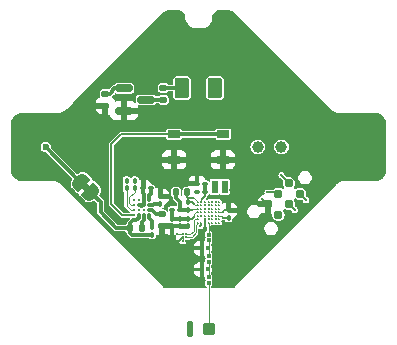
<source format=gbr>
%TF.GenerationSoftware,KiCad,Pcbnew,8.99.0-unknown-77b1d367df~178~ubuntu23.10.1*%
%TF.CreationDate,2024-10-31T14:46:16-04:00*%
%TF.ProjectId,nRF54L15_nPM2100_CR2032,6e524635-344c-4313-955f-6e504d323130,rev?*%
%TF.SameCoordinates,Original*%
%TF.FileFunction,Copper,L1,Top*%
%TF.FilePolarity,Positive*%
%FSLAX46Y46*%
G04 Gerber Fmt 4.6, Leading zero omitted, Abs format (unit mm)*
G04 Created by KiCad (PCBNEW 8.99.0-unknown-77b1d367df~178~ubuntu23.10.1) date 2024-10-31 14:46:16*
%MOMM*%
%LPD*%
G01*
G04 APERTURE LIST*
G04 Aperture macros list*
%AMRoundRect*
0 Rectangle with rounded corners*
0 $1 Rounding radius*
0 $2 $3 $4 $5 $6 $7 $8 $9 X,Y pos of 4 corners*
0 Add a 4 corners polygon primitive as box body*
4,1,4,$2,$3,$4,$5,$6,$7,$8,$9,$2,$3,0*
0 Add four circle primitives for the rounded corners*
1,1,$1+$1,$2,$3*
1,1,$1+$1,$4,$5*
1,1,$1+$1,$6,$7*
1,1,$1+$1,$8,$9*
0 Add four rect primitives between the rounded corners*
20,1,$1+$1,$2,$3,$4,$5,0*
20,1,$1+$1,$4,$5,$6,$7,0*
20,1,$1+$1,$6,$7,$8,$9,0*
20,1,$1+$1,$8,$9,$2,$3,0*%
%AMFreePoly0*
4,1,19,0.499999,-0.750000,0.000000,-0.750000,0.000000,-0.744912,-0.071157,-0.744911,-0.207708,-0.704816,-0.327430,-0.627875,-0.420627,-0.520320,-0.479746,-0.390866,-0.500000,-0.250000,-0.500000,0.250000,-0.479746,0.390866,-0.420627,0.520320,-0.327430,0.627875,-0.207708,0.704816,-0.071157,0.744911,0.000000,0.744912,0.000000,0.750000,0.499999,0.750000,0.499999,-0.750000,0.499999,-0.750000,
$1*%
%AMFreePoly1*
4,1,19,0.000000,0.744912,0.071157,0.744911,0.207708,0.704816,0.327430,0.627875,0.420627,0.520320,0.479746,0.390866,0.500000,0.250000,0.500000,-0.250000,0.479746,-0.390866,0.420627,-0.520320,0.327430,-0.627875,0.207708,-0.704816,0.071157,-0.744911,0.000000,-0.744912,0.000000,-0.750000,-0.499999,-0.750000,-0.499999,0.750000,0.000000,0.750000,0.000000,0.744912,0.000000,0.744912,
$1*%
G04 Aperture macros list end*
%TA.AperFunction,EtchedComponent*%
%ADD10C,0.000000*%
%TD*%
%TA.AperFunction,SMDPad,CuDef*%
%ADD11C,0.170000*%
%TD*%
%TA.AperFunction,SMDPad,CuDef*%
%ADD12RoundRect,0.100000X-0.100000X0.130000X-0.100000X-0.130000X0.100000X-0.130000X0.100000X0.130000X0*%
%TD*%
%TA.AperFunction,SMDPad,CuDef*%
%ADD13RoundRect,0.100000X0.130000X0.100000X-0.130000X0.100000X-0.130000X-0.100000X0.130000X-0.100000X0*%
%TD*%
%TA.AperFunction,SMDPad,CuDef*%
%ADD14C,0.220000*%
%TD*%
%TA.AperFunction,SMDPad,CuDef*%
%ADD15RoundRect,0.075000X-0.075000X0.125000X-0.075000X-0.125000X0.075000X-0.125000X0.075000X0.125000X0*%
%TD*%
%TA.AperFunction,SMDPad,CuDef*%
%ADD16RoundRect,0.100000X0.100000X-0.130000X0.100000X0.130000X-0.100000X0.130000X-0.100000X-0.130000X0*%
%TD*%
%TA.AperFunction,SMDPad,CuDef*%
%ADD17C,1.000000*%
%TD*%
%TA.AperFunction,SMDPad,CuDef*%
%ADD18C,0.200000*%
%TD*%
%TA.AperFunction,SMDPad,CuDef*%
%ADD19RoundRect,0.075000X-0.175000X-0.575000X0.175000X-0.575000X0.175000X0.575000X-0.175000X0.575000X0*%
%TD*%
%TA.AperFunction,SMDPad,CuDef*%
%ADD20RoundRect,0.150000X-0.350000X-0.350000X0.350000X-0.350000X0.350000X0.350000X-0.350000X0.350000X0*%
%TD*%
%TA.AperFunction,SMDPad,CuDef*%
%ADD21R,0.575000X1.114000*%
%TD*%
%TA.AperFunction,SMDPad,CuDef*%
%ADD22RoundRect,0.135000X-0.185000X0.135000X-0.185000X-0.135000X0.185000X-0.135000X0.185000X0.135000X0*%
%TD*%
%TA.AperFunction,SMDPad,CuDef*%
%ADD23RoundRect,0.250000X-0.375000X-0.625000X0.375000X-0.625000X0.375000X0.625000X-0.375000X0.625000X0*%
%TD*%
%TA.AperFunction,SMDPad,CuDef*%
%ADD24RoundRect,0.100000X-0.130000X-0.100000X0.130000X-0.100000X0.130000X0.100000X-0.130000X0.100000X0*%
%TD*%
%TA.AperFunction,SMDPad,CuDef*%
%ADD25RoundRect,0.147500X-0.147500X-0.172500X0.147500X-0.172500X0.147500X0.172500X-0.147500X0.172500X0*%
%TD*%
%TA.AperFunction,SMDPad,CuDef*%
%ADD26RoundRect,0.150000X-0.587500X-0.150000X0.587500X-0.150000X0.587500X0.150000X-0.587500X0.150000X0*%
%TD*%
%TA.AperFunction,ConnectorPad*%
%ADD27C,0.787400*%
%TD*%
%TA.AperFunction,SMDPad,CuDef*%
%ADD28FreePoly0,315.000000*%
%TD*%
%TA.AperFunction,SMDPad,CuDef*%
%ADD29FreePoly1,315.000000*%
%TD*%
%TA.AperFunction,SMDPad,CuDef*%
%ADD30R,1.050000X0.650000*%
%TD*%
%TA.AperFunction,SMDPad,CuDef*%
%ADD31RoundRect,0.075000X0.125000X0.075000X-0.125000X0.075000X-0.125000X-0.075000X0.125000X-0.075000X0*%
%TD*%
%TA.AperFunction,SMDPad,CuDef*%
%ADD32RoundRect,0.140000X-0.170000X0.140000X-0.170000X-0.140000X0.170000X-0.140000X0.170000X0.140000X0*%
%TD*%
%TA.AperFunction,ViaPad*%
%ADD33C,0.250000*%
%TD*%
%TA.AperFunction,ViaPad*%
%ADD34C,0.300000*%
%TD*%
%TA.AperFunction,ViaPad*%
%ADD35C,0.600000*%
%TD*%
%TA.AperFunction,Conductor*%
%ADD36C,0.300000*%
%TD*%
%TA.AperFunction,Conductor*%
%ADD37C,0.075000*%
%TD*%
%TA.AperFunction,Conductor*%
%ADD38C,0.150000*%
%TD*%
%TA.AperFunction,Conductor*%
%ADD39C,0.076200*%
%TD*%
%TA.AperFunction,Conductor*%
%ADD40C,0.100000*%
%TD*%
G04 APERTURE END LIST*
D10*
%TA.AperFunction,EtchedComponent*%
%TO.C,JP1*%
G36*
X180838909Y-58364645D02*
G01*
X180414645Y-58788909D01*
X180061091Y-58435355D01*
X180485355Y-58011091D01*
X180838909Y-58364645D01*
G37*
%TD.AperFunction*%
%TD*%
D11*
%TO.P,U1,A1,XC1*%
%TO.N,Net-(U1-XC1)*%
X189930000Y-61430000D03*
%TO.P,U1,A2,XC2*%
%TO.N,Net-(U1-XC2)*%
X189930000Y-61130000D03*
%TO.P,U1,A3,P1.12*%
%TO.N,unconnected-(U1-P1.12-PadA3)*%
X189930000Y-60830000D03*
%TO.P,U1,A4,DECA*%
%TO.N,Net-(U1-DECA)*%
X189930000Y-60530000D03*
%TO.P,U1,A5,DECD*%
%TO.N,Net-(U1-DECD)*%
X189930000Y-60230000D03*
%TO.P,U1,A6,VSS*%
%TO.N,GND*%
X189930000Y-59930000D03*
%TO.P,U1,A7,DCC*%
%TO.N,Net-(U1-DCC)*%
X189930000Y-59630000D03*
%TO.P,U1,B1,DECRF*%
%TO.N,Net-(U1-DECA)*%
X190230000Y-61430000D03*
%TO.P,U1,B3,P1.09*%
%TO.N,/LED*%
X190230000Y-60830000D03*
%TO.P,U1,B4,P1.13*%
%TO.N,unconnected-(U1-P1.13-PadB4)*%
X190230000Y-60530000D03*
%TO.P,U1,B5,P1.14*%
%TO.N,unconnected-(U1-P1.14-PadB5)*%
X190230000Y-60230000D03*
%TO.P,U1,B6,P1.15*%
%TO.N,unconnected-(U1-P1.15-PadB6)*%
X190230000Y-59930000D03*
%TO.P,U1,B7,VDD*%
%TO.N,VDD*%
X190230000Y-59630000D03*
%TO.P,U1,C2,VSS_PA*%
%TO.N,GND*%
X190530000Y-61130000D03*
%TO.P,U1,C3,P1.10*%
%TO.N,unconnected-(U1-P1.10-PadC3)*%
X190530000Y-60830000D03*
%TO.P,U1,C4,P1.11*%
%TO.N,unconnected-(U1-P1.11-PadC4)*%
X190530000Y-60530000D03*
%TO.P,U1,C5,P1.00*%
%TO.N,Net-(U1-P1.00)*%
X190530000Y-60230000D03*
%TO.P,U1,C6,P1.01*%
%TO.N,Net-(U1-P1.01)*%
X190530000Y-59930000D03*
%TO.P,U1,C7,P1.02*%
%TO.N,unconnected-(U1-P1.02-PadC7)*%
X190530000Y-59630000D03*
%TO.P,U1,D1,ANT*%
%TO.N,Net-(U1-ANT)*%
X190830000Y-61430000D03*
%TO.P,U1,D2,~{RESET}*%
%TO.N,Net-(J1-~{RESET})*%
X190830000Y-61130000D03*
%TO.P,U1,D3,P0.04*%
%TO.N,unconnected-(U1-P0.04-PadD3)*%
X190830000Y-60830000D03*
%TO.P,U1,D4,P2.08*%
%TO.N,unconnected-(U1-P2.08-PadD4)*%
X190830000Y-60530000D03*
%TO.P,U1,D5,P1.03*%
%TO.N,/SCL*%
X190830000Y-60230000D03*
%TO.P,U1,D6,P1.04*%
%TO.N,/SDA*%
X190830000Y-59930000D03*
%TO.P,U1,D7,P1.06*%
%TO.N,unconnected-(U1-P1.06-PadD7)*%
X190830000Y-59630000D03*
%TO.P,U1,E1,P0.03*%
%TO.N,unconnected-(U1-P0.03-PadE1)*%
X191130000Y-61430000D03*
%TO.P,U1,E2,P0.02*%
%TO.N,unconnected-(U1-P0.02-PadE2)*%
X191130000Y-61130000D03*
%TO.P,U1,E3,SWDCLK*%
%TO.N,Net-(J1-SWCLK)*%
X191130000Y-60830000D03*
%TO.P,U1,E4,P2.07*%
%TO.N,unconnected-(U1-P2.07-PadE4)*%
X191130000Y-60530000D03*
%TO.P,U1,E5,P2.03*%
%TO.N,unconnected-(U1-P2.03-PadE5)*%
X191130000Y-60230000D03*
%TO.P,U1,E6,P1.05*%
%TO.N,unconnected-(U1-P1.05-PadE6)*%
X191130000Y-59930000D03*
%TO.P,U1,E7,P1.07*%
%TO.N,/UART_TX*%
X191130000Y-59630000D03*
%TO.P,U1,F1,P0.01*%
%TO.N,unconnected-(U1-P0.01-PadF1)*%
X191430000Y-61430000D03*
%TO.P,U1,F2,SWDIO*%
%TO.N,Net-(J1-SWDIO)*%
X191430000Y-61130000D03*
%TO.P,U1,F3,P2.09*%
%TO.N,unconnected-(U1-P2.09-PadF3)*%
X191430000Y-60830000D03*
%TO.P,U1,F4,P2.06*%
%TO.N,unconnected-(U1-P2.06-PadF4)*%
X191430000Y-60530000D03*
%TO.P,U1,F5,P2.04*%
%TO.N,unconnected-(U1-P2.04-PadF5)*%
X191430000Y-60230000D03*
%TO.P,U1,F6,P2.02*%
%TO.N,unconnected-(U1-P2.02-PadF6)*%
X191430000Y-59930000D03*
%TO.P,U1,F7,P1.08*%
%TO.N,/UART_RX*%
X191430000Y-59630000D03*
%TO.P,U1,G1,P0.00*%
%TO.N,unconnected-(U1-P0.00-PadG1)*%
X191730000Y-61430000D03*
%TO.P,U1,G2,P2.10*%
%TO.N,unconnected-(U1-P2.10-PadG2)*%
X191730000Y-61130000D03*
%TO.P,U1,G3,VDD*%
%TO.N,VDD*%
X191730000Y-60830000D03*
%TO.P,U1,G4,VSS*%
%TO.N,GND*%
X191730000Y-60530000D03*
%TO.P,U1,G5,P2.05*%
%TO.N,unconnected-(U1-P2.05-PadG5)*%
X191730000Y-60230000D03*
%TO.P,U1,G6,P2.00*%
%TO.N,unconnected-(U1-P2.00-PadG6)*%
X191730000Y-59930000D03*
%TO.P,U1,G7,P2.01*%
%TO.N,unconnected-(U1-P2.01-PadG7)*%
X191730000Y-59630000D03*
%TD*%
D12*
%TO.P,C12,1*%
%TO.N,Net-(U1-DECA)*%
X188430000Y-61063800D03*
%TO.P,C12,2*%
%TO.N,GND*%
X188430000Y-61703800D03*
%TD*%
D13*
%TO.P,C11,1*%
%TO.N,VDD*%
X190500000Y-58813800D03*
%TO.P,C11,2*%
%TO.N,GND*%
X189860000Y-58813800D03*
%TD*%
D14*
%TO.P,U2,A1,VOUTLDO*%
%TO.N,Net-(U2-VOUTLDO)*%
X185800000Y-59468800D03*
%TO.P,U2,A2,VOUT*%
%TO.N,VDD*%
X185800000Y-59908800D03*
%TO.P,U2,A3,VINT*%
%TO.N,Net-(U2-VINT)*%
X185800000Y-60348800D03*
%TO.P,U2,A4,PVSS*%
%TO.N,GND*%
X185800000Y-60788800D03*
%TO.P,U2,B1,AVSS1*%
X185360000Y-59468800D03*
%TO.P,U2,B2,AVSS2*%
X185360000Y-59908800D03*
%TO.P,U2,B3,VSET*%
%TO.N,unconnected-(U2-VSET-PadB3)*%
X185360000Y-60348800D03*
%TO.P,U2,B4,SW*%
%TO.N,Net-(U2-SW)*%
X185360000Y-60788800D03*
%TO.P,U2,C1,PG/RESET*%
%TO.N,unconnected-(U2-PG{slash}RESET-PadC1)*%
X184920000Y-59468800D03*
%TO.P,U2,C2,SYSGDEN*%
%TO.N,GND*%
X184920000Y-59908800D03*
%TO.P,U2,C3,GPIO0*%
%TO.N,unconnected-(U2-GPIO0-PadC3)*%
X184920000Y-60348800D03*
%TO.P,U2,C4,VBAT*%
%TO.N,Net-(JP1-B)*%
X184920000Y-60788800D03*
%TO.P,U2,D1,GPIO1*%
%TO.N,unconnected-(U2-GPIO1-PadD1)*%
X184480000Y-59468800D03*
%TO.P,U2,D2,SCL*%
%TO.N,/SCL*%
X184480000Y-59908800D03*
%TO.P,U2,D3,SDA*%
%TO.N,/SDA*%
X184480000Y-60348800D03*
%TO.P,U2,D4,SHPHLD*%
%TO.N,Net-(U2-SHPHLD)*%
X184480000Y-60788800D03*
%TD*%
D15*
%TO.P,L4,1*%
%TO.N,Net-(C9-Pad1)*%
X190840000Y-66020000D03*
%TO.P,L4,2*%
%TO.N,Net-(AE1-PCB_Trace)*%
X190840000Y-66520000D03*
%TD*%
D16*
%TO.P,C7,1*%
%TO.N,VDD*%
X186760000Y-59823800D03*
%TO.P,C7,2*%
%TO.N,GND*%
X186760000Y-59183800D03*
%TD*%
D17*
%TO.P,TP2,1,1*%
%TO.N,/UART_RX*%
X197000000Y-55000000D03*
%TD*%
D16*
%TO.P,C1,1*%
%TO.N,Net-(U1-DECD)*%
X189130000Y-60313800D03*
%TO.P,C1,2*%
%TO.N,GND*%
X189130000Y-59673800D03*
%TD*%
D18*
%TO.P,Y2,1,1*%
%TO.N,Net-(U1-XC1)*%
X188905000Y-62618800D03*
%TO.P,Y2,2,2*%
%TO.N,GND*%
X188655000Y-62618800D03*
%TO.P,Y2,3,3*%
X188655000Y-62368800D03*
%TO.P,Y2,4,4*%
%TO.N,Net-(U1-XC2)*%
X188905000Y-62368800D03*
%TD*%
D13*
%TO.P,C10,1*%
%TO.N,VDD*%
X190500000Y-58113800D03*
%TO.P,C10,2*%
%TO.N,GND*%
X189860000Y-58113800D03*
%TD*%
D12*
%TO.P,R3,1*%
%TO.N,VDD*%
X184590000Y-57850000D03*
%TO.P,R3,2*%
%TO.N,/SCL*%
X184590000Y-58490000D03*
%TD*%
D19*
%TO.P,AE1,1,FEED*%
%TO.N,unconnected-(AE1-FEED-Pad1)*%
X189290000Y-70425000D03*
D20*
%TO.P,AE1,2,PCB_Trace*%
%TO.N,Net-(AE1-PCB_Trace)*%
X190840000Y-70425000D03*
%TD*%
D13*
%TO.P,C4,1*%
%TO.N,Net-(U2-VOUTLDO)*%
X185960000Y-58513800D03*
%TO.P,C4,2*%
%TO.N,GND*%
X185320000Y-58513800D03*
%TD*%
D17*
%TO.P,TP1,1,1*%
%TO.N,/UART_TX*%
X195000000Y-55000000D03*
%TD*%
D21*
%TO.P,Y1,1,1*%
%TO.N,Net-(U1-P1.01)*%
X191367500Y-58363800D03*
%TO.P,Y1,2,2*%
%TO.N,Net-(U1-P1.00)*%
X192192500Y-58363800D03*
%TD*%
D16*
%TO.P,C3,1*%
%TO.N,Net-(JP1-B)*%
X186040000Y-62423800D03*
%TO.P,C3,2*%
%TO.N,GND*%
X186040000Y-61783800D03*
%TD*%
D22*
%TO.P,R4,1*%
%TO.N,/LED*%
X182100000Y-50490000D03*
%TO.P,R4,2*%
%TO.N,GND*%
X182100000Y-51510000D03*
%TD*%
D12*
%TO.P,C2,1*%
%TO.N,Net-(U1-DECA)*%
X187730000Y-61063800D03*
%TO.P,C2,2*%
%TO.N,GND*%
X187730000Y-61703800D03*
%TD*%
D23*
%TO.P,D1,1,K*%
%TO.N,Net-(D1-K)*%
X188600000Y-50000000D03*
%TO.P,D1,2,A*%
%TO.N,VDD*%
X191400000Y-50000000D03*
%TD*%
D24*
%TO.P,FB1,1*%
%TO.N,Net-(U1-DECA)*%
X187760000Y-60313800D03*
%TO.P,FB1,2*%
%TO.N,Net-(U1-DECD)*%
X188400000Y-60313800D03*
%TD*%
D25*
%TO.P,L5,1*%
%TO.N,Net-(JP1-B)*%
X184205000Y-61873800D03*
%TO.P,L5,2*%
%TO.N,Net-(U2-SW)*%
X185175000Y-61873800D03*
%TD*%
%TO.P,L1,1*%
%TO.N,Net-(U1-DECD)*%
X188065000Y-58823800D03*
%TO.P,L1,2*%
%TO.N,Net-(U1-DCC)*%
X189035000Y-58823800D03*
%TD*%
D26*
%TO.P,Q1,1,G*%
%TO.N,/LED*%
X183662500Y-50050000D03*
%TO.P,Q1,2,S*%
%TO.N,GND*%
X183662500Y-51950000D03*
%TO.P,Q1,3,D*%
%TO.N,Net-(Q1-D)*%
X185537500Y-51000000D03*
%TD*%
D27*
%TO.P,J1,1,VCC*%
%TO.N,VDD*%
X197649013Y-58052962D03*
%TO.P,J1,2,SWDIO*%
%TO.N,Net-(J1-SWDIO)*%
X198547038Y-58950987D03*
%TO.P,J1,3,~{RESET}*%
%TO.N,Net-(J1-~{RESET})*%
X196750987Y-58950987D03*
%TO.P,J1,4,SWCLK*%
%TO.N,Net-(J1-SWCLK)*%
X197649013Y-59849013D03*
%TO.P,J1,5,GND*%
%TO.N,GND*%
X195852962Y-59849013D03*
%TO.P,J1,6,SWO*%
%TO.N,unconnected-(J1-SWO-Pad6)*%
X196750987Y-60747038D03*
%TD*%
D16*
%TO.P,C8,1*%
%TO.N,VDD*%
X192530000Y-61003800D03*
%TO.P,C8,2*%
%TO.N,GND*%
X192530000Y-60363800D03*
%TD*%
D15*
%TO.P,L2,1*%
%TO.N,Net-(U1-ANT)*%
X190840000Y-62420000D03*
%TO.P,L2,2*%
%TO.N,Net-(C6-Pad1)*%
X190840000Y-62920000D03*
%TD*%
D28*
%TO.P,JP1,1,A*%
%TO.N,Net-(BT1-+)*%
X179990381Y-57940381D03*
D29*
%TO.P,JP1,2,B*%
%TO.N,Net-(JP1-B)*%
X180909619Y-58859619D03*
%TD*%
D12*
%TO.P,R2,1*%
%TO.N,VDD*%
X183890000Y-57850000D03*
%TO.P,R2,2*%
%TO.N,/SDA*%
X183890000Y-58490000D03*
%TD*%
D30*
%TO.P,SW1,1,1*%
%TO.N,Net-(U2-SHPHLD)*%
X187925000Y-53925000D03*
X192075000Y-53925000D03*
%TO.P,SW1,2,2*%
%TO.N,GND*%
X187925000Y-56075000D03*
X192050000Y-56075000D03*
%TD*%
D31*
%TO.P,C6,1*%
%TO.N,Net-(C6-Pad1)*%
X190770000Y-63570000D03*
%TO.P,C6,2*%
%TO.N,GND*%
X190270000Y-63570000D03*
%TD*%
%TO.P,C9,1*%
%TO.N,Net-(C9-Pad1)*%
X190770000Y-65370000D03*
%TO.P,C9,2*%
%TO.N,GND*%
X190270000Y-65370000D03*
%TD*%
D15*
%TO.P,L3,1*%
%TO.N,Net-(C6-Pad1)*%
X190840000Y-64220000D03*
%TO.P,L3,2*%
%TO.N,Net-(C9-Pad1)*%
X190840000Y-64720000D03*
%TD*%
D22*
%TO.P,R1,1*%
%TO.N,Net-(D1-K)*%
X187000000Y-50000000D03*
%TO.P,R1,2*%
%TO.N,Net-(Q1-D)*%
X187000000Y-51020000D03*
%TD*%
D32*
%TO.P,C13,1*%
%TO.N,Net-(U2-VINT)*%
X186870000Y-60703800D03*
%TO.P,C13,2*%
%TO.N,GND*%
X186870000Y-61663800D03*
%TD*%
D12*
%TO.P,C5,1*%
%TO.N,Net-(U1-DECA)*%
X189130000Y-61073800D03*
%TO.P,C5,2*%
%TO.N,GND*%
X189130000Y-61713800D03*
%TD*%
D33*
%TO.N,GND*%
X190270000Y-63570000D03*
X189860000Y-58113800D03*
X186870000Y-61660000D03*
X186760000Y-59183800D03*
D34*
X182100000Y-51510000D03*
D33*
X185800000Y-60788800D03*
X192670000Y-58650000D03*
X193930000Y-61520000D03*
X186040000Y-61783800D03*
X194560000Y-61330000D03*
X190270000Y-65370000D03*
X189130000Y-59673800D03*
X190870000Y-59260000D03*
X188440000Y-61713800D03*
X188650000Y-62950000D03*
X189130000Y-61713800D03*
X194440000Y-59080000D03*
X188160000Y-62370000D03*
X185360000Y-59908800D03*
X195380000Y-59370000D03*
X190530000Y-61130000D03*
D34*
X183662500Y-51950000D03*
D33*
X189860000Y-58813800D03*
D35*
X190000000Y-55000000D03*
D33*
X192530000Y-60363800D03*
X185320000Y-58513800D03*
X192050000Y-59590000D03*
X190530000Y-61430000D03*
X187730000Y-61703800D03*
X185360000Y-59468800D03*
%TO.N,Net-(U1-DECA)*%
X190150000Y-61720000D03*
X188780000Y-61073800D03*
D35*
%TO.N,Net-(BT1-+)*%
X177050000Y-55000000D03*
D34*
%TO.N,VDD*%
X190500000Y-58460000D03*
X186760000Y-59823800D03*
D33*
X197000000Y-57400000D03*
D34*
X183890000Y-57850000D03*
X184590000Y-57850000D03*
X192530000Y-61003800D03*
X191400000Y-50000000D03*
D33*
%TO.N,Net-(J1-SWDIO)*%
X191430000Y-61130000D03*
D34*
X199080000Y-59480000D03*
%TO.N,Net-(J1-SWCLK)*%
X198140000Y-60340000D03*
D33*
X191130000Y-60830000D03*
%TO.N,Net-(J1-~{RESET})*%
X195810000Y-58850000D03*
X190830803Y-61130000D03*
%TO.N,Net-(U1-P1.00)*%
X192192500Y-58363800D03*
X190530000Y-60230803D03*
%TO.N,Net-(U1-P1.01)*%
X190530000Y-59930000D03*
X191367500Y-58363800D03*
%TO.N,/SDA*%
X190830801Y-59929168D03*
D34*
X183890000Y-58490000D03*
D33*
%TO.N,/SCL*%
X190830801Y-60229970D03*
D34*
X184590000Y-58490000D03*
D33*
%TO.N,/UART_TX*%
X191130000Y-59630000D03*
D34*
X195000000Y-55000000D03*
%TO.N,/UART_RX*%
X197000000Y-55000000D03*
D33*
X191430803Y-59630000D03*
%TO.N,/LED*%
X190230000Y-60830000D03*
X182100000Y-50490000D03*
%TD*%
D36*
%TO.N,GND*%
X185320000Y-58920000D02*
X185360000Y-58960000D01*
X185360000Y-59468800D02*
X185360000Y-59908800D01*
D37*
X188655000Y-62368800D02*
X188161200Y-62368800D01*
D36*
X185800000Y-60788800D02*
X185800000Y-61030000D01*
D38*
X192020000Y-60470000D02*
X192126200Y-60363800D01*
D36*
X185320000Y-58513800D02*
X185320000Y-58920000D01*
X188430000Y-61703800D02*
X188440000Y-61713800D01*
D38*
X190530000Y-61430000D02*
X190530000Y-61890000D01*
X195852962Y-59842962D02*
X195380000Y-59370000D01*
D36*
X185360000Y-58960000D02*
X185360000Y-59468800D01*
D38*
X195852962Y-59849013D02*
X195852962Y-59842962D01*
D37*
X188655000Y-62945000D02*
X188650000Y-62950000D01*
D36*
X189130000Y-61713800D02*
X188440000Y-61713800D01*
D39*
X189670000Y-59930000D02*
X189600000Y-59860000D01*
D38*
X189413800Y-59673800D02*
X189130000Y-59673800D01*
D40*
X191730000Y-60530000D02*
X191960000Y-60530000D01*
D36*
X186870000Y-61663800D02*
X186870000Y-61660000D01*
X187740000Y-61713800D02*
X187730000Y-61703800D01*
D39*
X189930000Y-59930000D02*
X189670000Y-59930000D01*
D37*
X188161200Y-62368800D02*
X188160000Y-62370000D01*
D40*
X191960000Y-60530000D02*
X192020000Y-60470000D01*
D38*
X192126200Y-60363800D02*
X192530000Y-60363800D01*
D36*
X185800000Y-61030000D02*
X186040000Y-61270000D01*
D37*
X188655000Y-62618800D02*
X188655000Y-62945000D01*
D38*
X190530000Y-61890000D02*
X190270000Y-62150000D01*
X189600000Y-59860000D02*
X189413800Y-59673800D01*
D36*
X184920000Y-59908800D02*
X185360000Y-59908800D01*
D38*
X190270000Y-62150000D02*
X190270000Y-63570000D01*
D36*
X188440000Y-61713800D02*
X187740000Y-61713800D01*
X186040000Y-61270000D02*
X186040000Y-61783800D01*
D38*
X190530000Y-61130000D02*
X190530000Y-61430000D01*
D39*
%TO.N,Net-(AE1-PCB_Trace)*%
X190840000Y-66520000D02*
X190840000Y-70425000D01*
D36*
%TO.N,Net-(U1-DECD)*%
X188065000Y-58823800D02*
X188065000Y-59305000D01*
D38*
X189466200Y-60313800D02*
X189510000Y-60270000D01*
X189130000Y-60313800D02*
X189466200Y-60313800D01*
D40*
X189550000Y-60230000D02*
X189930000Y-60230000D01*
X189510000Y-60270000D02*
X189550000Y-60230000D01*
D36*
X188400000Y-60313800D02*
X189130000Y-60313800D01*
X188400000Y-59640000D02*
X188400000Y-60313800D01*
X188065000Y-59305000D02*
X188400000Y-59640000D01*
D38*
%TO.N,Net-(U1-DECA)*%
X189580000Y-60840000D02*
X189580000Y-60895000D01*
X190230000Y-61640000D02*
X190150000Y-61720000D01*
D40*
X189670000Y-60600000D02*
X189580000Y-60690000D01*
D38*
X189401200Y-61073800D02*
X189130000Y-61073800D01*
D36*
X187760000Y-61033800D02*
X187730000Y-61063800D01*
D40*
X189580000Y-60690000D02*
X189580000Y-60840000D01*
D36*
X187760000Y-60313800D02*
X187760000Y-61033800D01*
D38*
X190230000Y-61430000D02*
X190230000Y-61640000D01*
D40*
X189740000Y-60530000D02*
X189670000Y-60600000D01*
X189930000Y-60530000D02*
X189740000Y-60530000D01*
D36*
X188780000Y-61073800D02*
X187740000Y-61073800D01*
X187740000Y-61073800D02*
X187730000Y-61063800D01*
D38*
X189580000Y-60895000D02*
X189401200Y-61073800D01*
D36*
X189130000Y-61073800D02*
X188780000Y-61073800D01*
D39*
%TO.N,Net-(C6-Pad1)*%
X190840000Y-62920000D02*
X190840000Y-64220000D01*
%TO.N,Net-(C9-Pad1)*%
X190840000Y-64720000D02*
X190840000Y-66020000D01*
D38*
%TO.N,Net-(U1-DCC)*%
X189120000Y-59300000D02*
X189035000Y-59215000D01*
D40*
X189930000Y-59630000D02*
X189600000Y-59300000D01*
X189600000Y-59300000D02*
X189570000Y-59300000D01*
D38*
X189570000Y-59300000D02*
X189120000Y-59300000D01*
X189035000Y-59215000D02*
X189035000Y-58823800D01*
D39*
%TO.N,Net-(U1-ANT)*%
X190830000Y-61430000D02*
X190830000Y-62410000D01*
X190830000Y-62410000D02*
X190840000Y-62420000D01*
D37*
%TO.N,Net-(U1-XC1)*%
X189770000Y-62240000D02*
X189391200Y-62618800D01*
X189391200Y-62618800D02*
X188905000Y-62618800D01*
X189770000Y-61590000D02*
X189770000Y-62240000D01*
X189930000Y-61430000D02*
X189770000Y-61590000D01*
%TO.N,Net-(U1-XC2)*%
X189271200Y-62368800D02*
X189560000Y-62080000D01*
X188905000Y-62368800D02*
X189271200Y-62368800D01*
X189560000Y-62080000D02*
X189560000Y-61220000D01*
X189650000Y-61130000D02*
X189930000Y-61130000D01*
X189560000Y-61220000D02*
X189650000Y-61130000D01*
D38*
%TO.N,Net-(U2-SHPHLD)*%
X183538800Y-60788800D02*
X182600000Y-59850000D01*
X182600000Y-59850000D02*
X182600000Y-54750000D01*
X184480000Y-60788800D02*
X183538800Y-60788800D01*
D36*
X187925000Y-53925000D02*
X192075000Y-53925000D01*
D38*
X182600000Y-54750000D02*
X183425000Y-53925000D01*
X183425000Y-53925000D02*
X187925000Y-53925000D01*
D36*
%TO.N,Net-(BT1-+)*%
X177050000Y-55000000D02*
X179990381Y-57940381D01*
%TO.N,Net-(U2-VOUTLDO)*%
X185960000Y-58513800D02*
X185960000Y-58950000D01*
X185960000Y-58950000D02*
X185800000Y-59110000D01*
X185800000Y-59110000D02*
X185800000Y-59468800D01*
D38*
%TO.N,VDD*%
X191970000Y-60880000D02*
X192093800Y-61003800D01*
D36*
X186141200Y-59908800D02*
X186226200Y-59823800D01*
D40*
X190230000Y-59440000D02*
X190280000Y-59390000D01*
X190230000Y-59630000D02*
X190230000Y-59440000D01*
D38*
X197649013Y-58052962D02*
X197649013Y-58049013D01*
X192093800Y-61003800D02*
X192530000Y-61003800D01*
X190280000Y-59390000D02*
X190500000Y-59170000D01*
D40*
X191920000Y-60830000D02*
X191970000Y-60880000D01*
D36*
X185800000Y-59908800D02*
X186141200Y-59908800D01*
D40*
X191730000Y-60830000D02*
X191920000Y-60830000D01*
D38*
X190500000Y-59170000D02*
X190500000Y-58813800D01*
D36*
X190500000Y-58113800D02*
X190500000Y-58460000D01*
X190500000Y-58460000D02*
X190500000Y-58813800D01*
X186226200Y-59823800D02*
X186760000Y-59823800D01*
D38*
X197649013Y-58049013D02*
X197000000Y-57400000D01*
D36*
%TO.N,Net-(U2-VINT)*%
X186068800Y-60348800D02*
X186423800Y-60703800D01*
X185800000Y-60348800D02*
X186068800Y-60348800D01*
X186423800Y-60703800D02*
X186870000Y-60703800D01*
D38*
%TO.N,Net-(J1-SWDIO)*%
X198547038Y-58950987D02*
X198550987Y-58950987D01*
X198550987Y-58950987D02*
X199080000Y-59480000D01*
%TO.N,Net-(J1-SWCLK)*%
X197649013Y-59849013D02*
X198140000Y-60340000D01*
%TO.N,Net-(J1-~{RESET})*%
X195810000Y-58850000D02*
X196650000Y-58850000D01*
X196650000Y-58850000D02*
X196750987Y-58950987D01*
X190830000Y-61130000D02*
X190830803Y-61130000D01*
D36*
%TO.N,Net-(U2-SW)*%
X185175000Y-61873800D02*
X185175000Y-61395000D01*
X185360000Y-61210000D02*
X185360000Y-60788800D01*
X185175000Y-61395000D02*
X185360000Y-61210000D01*
D40*
%TO.N,Net-(U1-P1.00)*%
X190530000Y-60230000D02*
X190530000Y-60230803D01*
D36*
%TO.N,Net-(D1-K)*%
X187000000Y-50000000D02*
X188600000Y-50000000D01*
D40*
%TO.N,/SDA*%
X183890000Y-59980000D02*
X184258800Y-60348800D01*
X190830000Y-59929969D02*
X190830801Y-59929168D01*
X190830000Y-59930000D02*
X190830000Y-59929969D01*
X183890000Y-58490000D02*
X183890000Y-59980000D01*
X184258800Y-60348800D02*
X184480000Y-60348800D01*
%TO.N,/SCL*%
X184590000Y-58800000D02*
X184140000Y-59250000D01*
X184140000Y-59250000D02*
X184140000Y-59760000D01*
X190830771Y-60230000D02*
X190830801Y-60229970D01*
X190830000Y-60230000D02*
X190830771Y-60230000D01*
X184288800Y-59908800D02*
X184480000Y-59908800D01*
X184140000Y-59760000D02*
X184288800Y-59908800D01*
X184590000Y-58490000D02*
X184590000Y-58800000D01*
D37*
%TO.N,/UART_RX*%
X191430000Y-59630000D02*
X191430803Y-59630000D01*
D36*
%TO.N,Net-(Q1-D)*%
X186980000Y-51000000D02*
X187000000Y-51020000D01*
X185537500Y-51000000D02*
X186980000Y-51000000D01*
%TO.N,/LED*%
X182650000Y-50240000D02*
X182650000Y-50380000D01*
X183662500Y-50050000D02*
X182840000Y-50050000D01*
X182650000Y-50380000D02*
X182530000Y-50500000D01*
X182480000Y-50490000D02*
X182100000Y-50490000D01*
X182840000Y-50050000D02*
X182650000Y-50240000D01*
X182530000Y-50500000D02*
X182490000Y-50500000D01*
X182490000Y-50500000D02*
X182480000Y-50490000D01*
%TO.N,Net-(JP1-B)*%
X184700000Y-61210000D02*
X184420000Y-61210000D01*
X183023800Y-61873800D02*
X184205000Y-61873800D01*
X184205000Y-62315000D02*
X184205000Y-61873800D01*
X180909619Y-58859619D02*
X181700000Y-59650000D01*
X184205000Y-61425000D02*
X184205000Y-61873800D01*
X184420000Y-61210000D02*
X184205000Y-61425000D01*
X184920000Y-60788800D02*
X184920000Y-60990000D01*
X184313800Y-62423800D02*
X184205000Y-62315000D01*
X184920000Y-60990000D02*
X184700000Y-61210000D01*
X181700000Y-59650000D02*
X181700000Y-60550000D01*
X181700000Y-60550000D02*
X183023800Y-61873800D01*
X186040000Y-62423800D02*
X184313800Y-62423800D01*
%TD*%
%TA.AperFunction,Conductor*%
%TO.N,GND*%
G36*
X188253435Y-43420780D02*
G01*
X188381632Y-43435224D01*
X188395058Y-43438288D01*
X188421480Y-43447533D01*
X188513558Y-43479753D01*
X188525954Y-43485722D01*
X188632259Y-43552517D01*
X188643026Y-43561104D01*
X188731795Y-43649872D01*
X188740381Y-43660639D01*
X188807170Y-43766931D01*
X188813145Y-43779337D01*
X188815804Y-43786936D01*
X188854609Y-43897835D01*
X188857673Y-43911260D01*
X188872113Y-44039396D01*
X188872500Y-44046283D01*
X188872500Y-44136429D01*
X188906220Y-44305950D01*
X188906222Y-44305958D01*
X188972370Y-44465654D01*
X188972374Y-44465661D01*
X189068395Y-44609367D01*
X189068400Y-44609373D01*
X189190626Y-44731599D01*
X189190632Y-44731604D01*
X189334338Y-44827625D01*
X189334345Y-44827629D01*
X189334348Y-44827631D01*
X189494043Y-44893778D01*
X189663570Y-44927499D01*
X189663571Y-44927500D01*
X189663574Y-44927500D01*
X190336429Y-44927500D01*
X190336429Y-44927499D01*
X190505957Y-44893778D01*
X190665652Y-44827631D01*
X190809374Y-44731599D01*
X190931599Y-44609374D01*
X191027631Y-44465652D01*
X191093778Y-44305957D01*
X191127499Y-44136429D01*
X191127500Y-44136429D01*
X191127500Y-44046343D01*
X191127887Y-44039457D01*
X191129978Y-44020899D01*
X191142332Y-43911258D01*
X191145393Y-43897844D01*
X191186864Y-43779333D01*
X191192833Y-43766939D01*
X191259628Y-43660637D01*
X191268205Y-43649881D01*
X191356984Y-43561104D01*
X191367740Y-43552525D01*
X191474054Y-43485725D01*
X191486440Y-43479760D01*
X191604943Y-43438294D01*
X191618369Y-43435231D01*
X191746630Y-43420780D01*
X191753516Y-43420393D01*
X191779101Y-43420393D01*
X192435366Y-43420393D01*
X192435368Y-43420394D01*
X192462047Y-43420393D01*
X192466871Y-43420582D01*
X192596133Y-43430752D01*
X192605658Y-43432261D01*
X192729376Y-43461964D01*
X192738542Y-43464942D01*
X192856092Y-43513639D01*
X192864687Y-43518019D01*
X192973156Y-43584499D01*
X192980965Y-43590173D01*
X193079861Y-43674655D01*
X193083407Y-43677934D01*
X193107505Y-43702038D01*
X193107536Y-43702062D01*
X201224906Y-51819432D01*
X201225116Y-51819603D01*
X201265494Y-51859986D01*
X201371073Y-51936703D01*
X201409054Y-51964302D01*
X201409066Y-51964310D01*
X201409068Y-51964311D01*
X201409073Y-51964314D01*
X201567194Y-52044888D01*
X201567198Y-52044889D01*
X201735977Y-52099734D01*
X201911264Y-52127499D01*
X201962404Y-52127499D01*
X201962408Y-52127500D01*
X201974639Y-52127500D01*
X202000000Y-52127500D01*
X202029101Y-52127500D01*
X204970899Y-52127500D01*
X204996977Y-52127500D01*
X205003005Y-52127796D01*
X205164190Y-52143671D01*
X205176010Y-52146022D01*
X205328098Y-52192157D01*
X205339229Y-52196768D01*
X205405904Y-52232407D01*
X205479393Y-52271688D01*
X205489417Y-52278386D01*
X205612268Y-52379206D01*
X205620793Y-52387731D01*
X205721613Y-52510582D01*
X205728311Y-52520606D01*
X205803229Y-52660766D01*
X205807843Y-52671905D01*
X205853976Y-52823987D01*
X205856328Y-52835811D01*
X205872204Y-52996994D01*
X205872500Y-53003022D01*
X205872500Y-56996977D01*
X205872204Y-57003005D01*
X205856328Y-57164188D01*
X205853976Y-57176012D01*
X205807843Y-57328094D01*
X205803229Y-57339233D01*
X205728311Y-57479393D01*
X205721613Y-57489417D01*
X205620793Y-57612268D01*
X205612268Y-57620793D01*
X205489417Y-57721613D01*
X205479393Y-57728311D01*
X205339233Y-57803229D01*
X205328094Y-57807843D01*
X205176012Y-57853976D01*
X205164188Y-57856328D01*
X205003005Y-57872204D01*
X204996977Y-57872500D01*
X202383067Y-57872500D01*
X202382676Y-57872537D01*
X202325474Y-57872537D01*
X202150201Y-57900293D01*
X201981416Y-57955127D01*
X201981409Y-57955130D01*
X201823290Y-58035685D01*
X201679708Y-58139989D01*
X201679699Y-58139996D01*
X201638397Y-58181292D01*
X201638373Y-58181313D01*
X201623706Y-58195982D01*
X201620188Y-58199500D01*
X201616958Y-58202730D01*
X201598715Y-58220968D01*
X201592880Y-58226803D01*
X201592865Y-58226821D01*
X193223314Y-66596373D01*
X193223310Y-66596375D01*
X193220754Y-66598932D01*
X193220731Y-66598941D01*
X193139982Y-66679693D01*
X193035669Y-66823272D01*
X193035667Y-66823275D01*
X192988209Y-66916420D01*
X192952417Y-66946990D01*
X192933412Y-66950000D01*
X191067100Y-66950000D01*
X191023613Y-66931987D01*
X191005600Y-66888500D01*
X191005600Y-66860879D01*
X191023613Y-66817392D01*
X191032928Y-66809746D01*
X191060994Y-66790994D01*
X191105751Y-66724012D01*
X191105751Y-66724011D01*
X191105752Y-66724010D01*
X191112787Y-66688636D01*
X191117499Y-66664947D01*
X191117500Y-66664947D01*
X191117500Y-66375053D01*
X191117499Y-66375052D01*
X191105752Y-66315990D01*
X191105751Y-66315988D01*
X191097852Y-66304167D01*
X191088668Y-66258005D01*
X191097852Y-66235833D01*
X191105751Y-66224012D01*
X191117499Y-66164947D01*
X191117500Y-66164947D01*
X191117500Y-65875053D01*
X191117499Y-65875052D01*
X191105751Y-65815989D01*
X191105752Y-65815989D01*
X191060994Y-65749006D01*
X191060993Y-65749005D01*
X191032932Y-65730255D01*
X191006782Y-65691117D01*
X191005600Y-65679120D01*
X191005600Y-65647515D01*
X191023613Y-65604028D01*
X191032928Y-65596383D01*
X191040994Y-65590994D01*
X191085751Y-65524012D01*
X191085751Y-65524011D01*
X191085752Y-65524010D01*
X191097499Y-65464947D01*
X191097500Y-65464947D01*
X191097500Y-65275053D01*
X191097499Y-65275052D01*
X191085751Y-65215989D01*
X191085752Y-65215989D01*
X191040994Y-65149006D01*
X191040993Y-65149005D01*
X191032931Y-65143618D01*
X191006781Y-65104480D01*
X191005600Y-65092484D01*
X191005600Y-65060879D01*
X191023613Y-65017392D01*
X191032928Y-65009746D01*
X191060994Y-64990994D01*
X191105751Y-64924012D01*
X191105751Y-64924011D01*
X191105752Y-64924010D01*
X191117499Y-64864947D01*
X191117500Y-64864947D01*
X191117500Y-64575053D01*
X191117499Y-64575052D01*
X191105752Y-64515990D01*
X191105751Y-64515988D01*
X191097852Y-64504167D01*
X191088668Y-64458005D01*
X191097852Y-64435833D01*
X191105751Y-64424012D01*
X191117499Y-64364947D01*
X191117500Y-64364947D01*
X191117500Y-64075053D01*
X191117499Y-64075052D01*
X191105751Y-64015989D01*
X191105752Y-64015989D01*
X191060994Y-63949006D01*
X191060993Y-63949005D01*
X191032932Y-63930255D01*
X191006782Y-63891117D01*
X191005600Y-63879120D01*
X191005600Y-63847515D01*
X191023613Y-63804028D01*
X191032928Y-63796383D01*
X191040994Y-63790994D01*
X191085751Y-63724012D01*
X191085751Y-63724011D01*
X191085752Y-63724010D01*
X191097499Y-63664947D01*
X191097500Y-63664947D01*
X191097500Y-63475053D01*
X191097499Y-63475052D01*
X191085751Y-63415989D01*
X191085752Y-63415989D01*
X191040994Y-63349006D01*
X191040993Y-63349005D01*
X191032931Y-63343618D01*
X191006781Y-63304480D01*
X191005600Y-63292484D01*
X191005600Y-63260879D01*
X191023613Y-63217392D01*
X191032928Y-63209746D01*
X191060994Y-63190994D01*
X191105751Y-63124012D01*
X191105751Y-63124011D01*
X191105752Y-63124010D01*
X191117499Y-63064947D01*
X191117500Y-63064947D01*
X191117500Y-62775053D01*
X191117499Y-62775052D01*
X191105752Y-62715990D01*
X191104725Y-62714453D01*
X191097852Y-62704167D01*
X191088668Y-62658005D01*
X191097852Y-62635833D01*
X191105751Y-62624012D01*
X191117499Y-62564947D01*
X191117500Y-62564947D01*
X191117500Y-62275053D01*
X191117499Y-62275052D01*
X191116771Y-62271394D01*
X191105751Y-62215989D01*
X191105752Y-62215989D01*
X191060994Y-62149006D01*
X191060993Y-62149005D01*
X191022932Y-62123573D01*
X190996782Y-62084435D01*
X190995600Y-62072438D01*
X190995600Y-61839164D01*
X195550369Y-61839164D01*
X195550369Y-61989779D01*
X195589348Y-62135251D01*
X195589349Y-62135253D01*
X195589350Y-62135256D01*
X195664655Y-62265688D01*
X195771153Y-62372186D01*
X195901585Y-62447491D01*
X195901589Y-62447492D01*
X196047062Y-62486472D01*
X196047064Y-62486472D01*
X196197675Y-62486472D01*
X196271811Y-62466607D01*
X196343153Y-62447491D01*
X196473585Y-62372186D01*
X196580083Y-62265688D01*
X196655388Y-62135256D01*
X196671965Y-62073391D01*
X196694369Y-61989779D01*
X196694369Y-61839164D01*
X196655389Y-61693692D01*
X196655388Y-61693688D01*
X196580083Y-61563256D01*
X196473585Y-61456758D01*
X196343153Y-61381453D01*
X196343150Y-61381452D01*
X196343148Y-61381451D01*
X196197676Y-61342472D01*
X196197674Y-61342472D01*
X196047064Y-61342472D01*
X196047062Y-61342472D01*
X195901589Y-61381451D01*
X195901585Y-61381453D01*
X195771154Y-61456757D01*
X195771149Y-61456761D01*
X195664658Y-61563252D01*
X195664654Y-61563257D01*
X195589350Y-61693688D01*
X195589348Y-61693692D01*
X195550369Y-61839164D01*
X190995600Y-61839164D01*
X190995600Y-61694867D01*
X191013613Y-61651380D01*
X191057100Y-61633367D01*
X191069096Y-61634548D01*
X191095112Y-61639723D01*
X191129999Y-61646663D01*
X191130000Y-61646663D01*
X191130002Y-61646663D01*
X191196845Y-61633367D01*
X191212913Y-61630171D01*
X191245833Y-61608173D01*
X191291997Y-61598991D01*
X191314164Y-61608172D01*
X191347087Y-61630171D01*
X191347091Y-61630171D01*
X191347092Y-61630172D01*
X191429998Y-61646663D01*
X191430000Y-61646663D01*
X191430002Y-61646663D01*
X191496845Y-61633367D01*
X191512913Y-61630171D01*
X191545833Y-61608173D01*
X191591997Y-61598991D01*
X191614164Y-61608172D01*
X191647087Y-61630171D01*
X191647091Y-61630171D01*
X191647092Y-61630172D01*
X191729998Y-61646663D01*
X191730000Y-61646663D01*
X191730002Y-61646663D01*
X191796845Y-61633367D01*
X191812913Y-61630171D01*
X191883204Y-61583204D01*
X191930171Y-61512913D01*
X191946254Y-61432056D01*
X191946663Y-61430001D01*
X191946663Y-61429998D01*
X191930172Y-61347092D01*
X191930171Y-61347091D01*
X191930171Y-61347087D01*
X191908173Y-61314166D01*
X191898991Y-61268003D01*
X191908171Y-61245837D01*
X191930171Y-61212913D01*
X191930171Y-61212909D01*
X191932328Y-61209682D01*
X191971466Y-61183531D01*
X192006998Y-61187030D01*
X192031721Y-61197270D01*
X192053520Y-61206300D01*
X192053521Y-61206300D01*
X192134080Y-61206300D01*
X192171959Y-61206300D01*
X192215446Y-61224313D01*
X192223094Y-61233632D01*
X192237252Y-61254821D01*
X192265982Y-61297818D01*
X192341234Y-61348100D01*
X192407590Y-61361299D01*
X192407591Y-61361300D01*
X192407594Y-61361300D01*
X192652409Y-61361300D01*
X192652409Y-61361299D01*
X192718766Y-61348100D01*
X192794018Y-61297818D01*
X192844300Y-61222566D01*
X192857499Y-61156209D01*
X192857500Y-61156209D01*
X192857500Y-61090094D01*
X192875513Y-61046607D01*
X192895466Y-61033275D01*
X192932586Y-61017899D01*
X192932592Y-61017896D01*
X193057924Y-60921724D01*
X193154096Y-60796392D01*
X193154098Y-60796388D01*
X193214555Y-60650430D01*
X193214556Y-60650426D01*
X193225961Y-60563800D01*
X192591500Y-60563800D01*
X192548013Y-60545787D01*
X192530000Y-60502300D01*
X192530000Y-60402323D01*
X194113528Y-60402323D01*
X194113528Y-60552938D01*
X194152507Y-60698410D01*
X194152508Y-60698412D01*
X194152509Y-60698415D01*
X194227814Y-60828847D01*
X194334312Y-60935345D01*
X194464744Y-61010650D01*
X194464748Y-61010651D01*
X194610221Y-61049631D01*
X194610223Y-61049631D01*
X194760834Y-61049631D01*
X194879258Y-61017899D01*
X194906312Y-61010650D01*
X195036744Y-60935345D01*
X195143242Y-60828847D01*
X195218547Y-60698415D01*
X195241513Y-60612701D01*
X195270167Y-60575361D01*
X195316834Y-60569216D01*
X195337066Y-60578866D01*
X195403651Y-60627243D01*
X195403656Y-60627246D01*
X195575269Y-60703653D01*
X195575273Y-60703654D01*
X195602962Y-60709538D01*
X195602962Y-60099013D01*
X195141314Y-60099013D01*
X195097827Y-60081000D01*
X195036747Y-60019920D01*
X195036744Y-60019917D01*
X194906312Y-59944612D01*
X194906309Y-59944611D01*
X194906307Y-59944610D01*
X194760835Y-59905631D01*
X194760833Y-59905631D01*
X194610223Y-59905631D01*
X194610221Y-59905631D01*
X194464748Y-59944610D01*
X194464744Y-59944612D01*
X194334313Y-60019916D01*
X194334308Y-60019920D01*
X194227817Y-60126411D01*
X194227813Y-60126416D01*
X194152509Y-60256847D01*
X194152507Y-60256851D01*
X194113528Y-60402323D01*
X192530000Y-60402323D01*
X192530000Y-60363800D01*
X192391500Y-60363800D01*
X192348013Y-60345787D01*
X192330000Y-60302300D01*
X192330000Y-60163800D01*
X192730000Y-60163800D01*
X193225960Y-60163800D01*
X193225960Y-60163799D01*
X193214556Y-60077170D01*
X193154098Y-59931211D01*
X193154096Y-59931207D01*
X193057924Y-59805875D01*
X192932592Y-59709703D01*
X192932588Y-59709701D01*
X192786630Y-59649244D01*
X192786626Y-59649243D01*
X192730000Y-59641788D01*
X192730000Y-60163800D01*
X192330000Y-60163800D01*
X192330000Y-59641788D01*
X192329999Y-59641788D01*
X192273373Y-59649243D01*
X192273369Y-59649244D01*
X192127411Y-59709701D01*
X192127407Y-59709703D01*
X192022312Y-59790346D01*
X191976846Y-59802529D01*
X191936082Y-59778994D01*
X191923899Y-59733528D01*
X191928058Y-59718012D01*
X191930169Y-59712915D01*
X191930171Y-59712913D01*
X191930810Y-59709703D01*
X191946663Y-59630001D01*
X191946663Y-59629998D01*
X191940500Y-59599012D01*
X194994500Y-59599012D01*
X194994501Y-59599013D01*
X195791462Y-59599013D01*
X195834949Y-59617026D01*
X195852962Y-59660513D01*
X195852962Y-59849013D01*
X196084949Y-60081000D01*
X196102962Y-60124487D01*
X196102962Y-60709538D01*
X196130650Y-60703654D01*
X196139411Y-60699753D01*
X196186464Y-60698517D01*
X196220611Y-60730915D01*
X196225404Y-60747906D01*
X196240760Y-60864546D01*
X196243203Y-60883098D01*
X196295483Y-61009313D01*
X196295720Y-61009886D01*
X196295722Y-61009890D01*
X196313666Y-61033275D01*
X196379263Y-61118762D01*
X196488138Y-61202305D01*
X196614927Y-61254822D01*
X196750987Y-61272735D01*
X196887047Y-61254822D01*
X197013836Y-61202305D01*
X197122711Y-61118762D01*
X197206254Y-61009887D01*
X197258771Y-60883098D01*
X197276684Y-60747038D01*
X197258771Y-60610978D01*
X197206254Y-60484190D01*
X197155542Y-60418101D01*
X197143360Y-60372636D01*
X197160845Y-60337179D01*
X197239152Y-60258872D01*
X197282637Y-60240860D01*
X197320076Y-60253569D01*
X197352289Y-60278287D01*
X197386164Y-60304280D01*
X197512953Y-60356797D01*
X197649013Y-60374710D01*
X197785073Y-60356797D01*
X197785191Y-60356747D01*
X197785256Y-60356747D01*
X197788966Y-60355754D01*
X197789232Y-60356746D01*
X197832260Y-60356735D01*
X197865552Y-60390010D01*
X197869305Y-60402880D01*
X197875211Y-60436372D01*
X197875213Y-60436378D01*
X197924141Y-60521123D01*
X197924142Y-60521124D01*
X197924143Y-60521125D01*
X197999109Y-60584030D01*
X198091069Y-60617500D01*
X198188931Y-60617500D01*
X198280891Y-60584030D01*
X198355857Y-60521125D01*
X198404788Y-60436375D01*
X198421781Y-60340000D01*
X198404788Y-60243625D01*
X198396922Y-60230000D01*
X198355858Y-60158876D01*
X198355857Y-60158875D01*
X198280890Y-60095969D01*
X198193506Y-60064165D01*
X198158802Y-60032365D01*
X198156920Y-59989278D01*
X198155754Y-59988966D01*
X198156797Y-59985073D01*
X198159478Y-59964707D01*
X198174710Y-59849013D01*
X198156797Y-59712953D01*
X198104280Y-59586165D01*
X198104277Y-59586161D01*
X198104275Y-59586157D01*
X198053569Y-59520075D01*
X198041386Y-59474609D01*
X198058871Y-59439152D01*
X198137177Y-59360847D01*
X198180663Y-59342835D01*
X198218102Y-59355544D01*
X198281232Y-59403985D01*
X198284189Y-59406254D01*
X198410978Y-59458771D01*
X198547038Y-59476684D01*
X198683098Y-59458771D01*
X198699867Y-59451825D01*
X198708274Y-59448343D01*
X198755344Y-59448342D01*
X198775296Y-59461674D01*
X198785491Y-59471869D01*
X198802569Y-59504675D01*
X198815212Y-59576375D01*
X198815212Y-59576376D01*
X198815213Y-59576377D01*
X198815213Y-59576378D01*
X198864141Y-59661123D01*
X198864142Y-59661124D01*
X198864143Y-59661125D01*
X198939109Y-59724030D01*
X199031069Y-59757500D01*
X199128931Y-59757500D01*
X199220891Y-59724030D01*
X199295857Y-59661125D01*
X199344788Y-59576375D01*
X199361781Y-59480000D01*
X199344788Y-59383625D01*
X199331638Y-59360848D01*
X199295858Y-59298876D01*
X199295857Y-59298875D01*
X199220890Y-59235969D01*
X199128931Y-59202500D01*
X199114352Y-59202500D01*
X199070865Y-59184487D01*
X199060038Y-59173660D01*
X199042025Y-59130173D01*
X199046707Y-59106637D01*
X199047965Y-59103600D01*
X199054822Y-59087047D01*
X199072735Y-58950987D01*
X199054822Y-58814927D01*
X199002305Y-58688139D01*
X198918762Y-58579263D01*
X198833155Y-58513574D01*
X198809890Y-58495722D01*
X198809888Y-58495721D01*
X198809887Y-58495720D01*
X198683098Y-58443203D01*
X198683095Y-58443202D01*
X198683093Y-58443202D01*
X198547038Y-58425290D01*
X198410982Y-58443202D01*
X198410978Y-58443203D01*
X198284190Y-58495720D01*
X198284186Y-58495722D01*
X198218103Y-58546430D01*
X198172637Y-58558613D01*
X198137177Y-58541126D01*
X198058874Y-58462823D01*
X198040861Y-58419336D01*
X198053570Y-58381897D01*
X198057865Y-58376300D01*
X198104280Y-58315811D01*
X198156797Y-58189022D01*
X198174710Y-58052962D01*
X198156797Y-57916902D01*
X198104280Y-57790114D01*
X198020737Y-57681238D01*
X197911862Y-57597695D01*
X197785073Y-57545178D01*
X197785070Y-57545177D01*
X197785068Y-57545177D01*
X197659465Y-57528641D01*
X198424051Y-57528641D01*
X198424051Y-57679256D01*
X198463030Y-57824728D01*
X198463031Y-57824730D01*
X198463032Y-57824733D01*
X198538337Y-57955165D01*
X198644835Y-58061663D01*
X198775267Y-58136968D01*
X198775271Y-58136969D01*
X198920744Y-58175949D01*
X198920746Y-58175949D01*
X199071357Y-58175949D01*
X199135499Y-58158761D01*
X199216835Y-58136968D01*
X199347267Y-58061663D01*
X199453765Y-57955165D01*
X199529070Y-57824733D01*
X199552997Y-57735437D01*
X199568051Y-57679256D01*
X199568051Y-57528641D01*
X199529071Y-57383169D01*
X199529070Y-57383165D01*
X199453765Y-57252733D01*
X199347267Y-57146235D01*
X199216835Y-57070930D01*
X199216832Y-57070929D01*
X199216830Y-57070928D01*
X199071358Y-57031949D01*
X199071356Y-57031949D01*
X198920746Y-57031949D01*
X198920744Y-57031949D01*
X198775271Y-57070928D01*
X198775267Y-57070930D01*
X198644836Y-57146234D01*
X198644831Y-57146238D01*
X198538340Y-57252729D01*
X198538336Y-57252734D01*
X198463032Y-57383165D01*
X198463030Y-57383169D01*
X198424051Y-57528641D01*
X197659465Y-57528641D01*
X197649013Y-57527265D01*
X197512955Y-57545177D01*
X197493358Y-57553294D01*
X197446288Y-57553292D01*
X197426339Y-57539961D01*
X197263454Y-57377076D01*
X197246623Y-57345587D01*
X197237850Y-57301479D01*
X197182043Y-57217957D01*
X197110593Y-57170216D01*
X197098520Y-57162149D01*
X197000001Y-57142553D01*
X196999999Y-57142553D01*
X196901479Y-57162149D01*
X196817957Y-57217957D01*
X196762149Y-57301479D01*
X196742553Y-57399998D01*
X196742553Y-57400001D01*
X196762149Y-57498520D01*
X196762150Y-57498521D01*
X196817957Y-57582043D01*
X196901479Y-57637850D01*
X196945587Y-57646623D01*
X196977076Y-57663454D01*
X197138325Y-57824703D01*
X197156338Y-57868190D01*
X197151658Y-57891722D01*
X197141228Y-57916904D01*
X197123316Y-58052962D01*
X197140870Y-58186300D01*
X197141229Y-58189022D01*
X197184774Y-58294149D01*
X197193746Y-58315810D01*
X197193748Y-58315814D01*
X197244455Y-58381897D01*
X197256638Y-58427364D01*
X197239151Y-58462823D01*
X197160848Y-58541125D01*
X197117361Y-58559138D01*
X197079922Y-58546429D01*
X197013839Y-58495722D01*
X197013837Y-58495721D01*
X197013836Y-58495720D01*
X196887047Y-58443203D01*
X196887044Y-58443202D01*
X196887042Y-58443202D01*
X196750987Y-58425290D01*
X196614931Y-58443202D01*
X196614927Y-58443203D01*
X196488139Y-58495720D01*
X196488135Y-58495722D01*
X196379263Y-58579263D01*
X196349236Y-58618396D01*
X196345366Y-58623439D01*
X196304603Y-58646974D01*
X196296575Y-58647500D01*
X195980083Y-58647500D01*
X195945916Y-58637136D01*
X195929062Y-58625875D01*
X195908521Y-58612150D01*
X195908520Y-58612149D01*
X195908519Y-58612149D01*
X195810001Y-58592553D01*
X195809999Y-58592553D01*
X195711479Y-58612149D01*
X195627957Y-58667957D01*
X195572149Y-58751479D01*
X195552553Y-58849998D01*
X195552553Y-58850001D01*
X195571195Y-58943724D01*
X195562012Y-58989890D01*
X195535892Y-59011905D01*
X195403654Y-59070781D01*
X195403652Y-59070783D01*
X195251662Y-59181209D01*
X195125959Y-59320818D01*
X195032032Y-59483503D01*
X195032027Y-59483513D01*
X194994500Y-59599012D01*
X191940500Y-59599012D01*
X191930171Y-59547087D01*
X191921743Y-59534474D01*
X191883204Y-59476796D01*
X191823448Y-59436868D01*
X191812912Y-59429828D01*
X191730002Y-59413337D01*
X191729998Y-59413337D01*
X191647088Y-59429828D01*
X191641493Y-59432146D01*
X191640408Y-59429527D01*
X191604385Y-59436682D01*
X191582234Y-59427502D01*
X191529325Y-59392150D01*
X191529323Y-59392149D01*
X191430804Y-59372553D01*
X191430802Y-59372553D01*
X191332282Y-59392149D01*
X191332280Y-59392150D01*
X191314567Y-59403985D01*
X191268401Y-59413167D01*
X191246234Y-59403985D01*
X191236487Y-59397472D01*
X191228521Y-59392150D01*
X191228520Y-59392149D01*
X191228519Y-59392149D01*
X191130001Y-59372553D01*
X191129999Y-59372553D01*
X191031480Y-59392149D01*
X190978167Y-59427771D01*
X190932001Y-59436953D01*
X190918784Y-59431478D01*
X190918508Y-59432146D01*
X190912912Y-59429828D01*
X190830002Y-59413337D01*
X190829998Y-59413337D01*
X190747088Y-59429828D01*
X190714167Y-59451825D01*
X190668002Y-59461007D01*
X190645832Y-59451824D01*
X190623449Y-59436868D01*
X190597299Y-59397731D01*
X190606482Y-59351565D01*
X190614123Y-59342253D01*
X190671671Y-59284707D01*
X190702500Y-59210280D01*
X190702500Y-59171841D01*
X190720513Y-59128354D01*
X190729832Y-59120706D01*
X190749675Y-59107447D01*
X190794018Y-59077818D01*
X190844300Y-59002566D01*
X190844300Y-59002564D01*
X190844301Y-59002564D01*
X190846761Y-58990197D01*
X190872911Y-58951059D01*
X190919076Y-58941876D01*
X190958214Y-58968026D01*
X190958215Y-58968027D01*
X190959897Y-58970544D01*
X190959898Y-58970548D01*
X190988078Y-59012722D01*
X191030252Y-59040902D01*
X191061270Y-59047072D01*
X191067441Y-59048300D01*
X191067442Y-59048300D01*
X191667559Y-59048300D01*
X191672851Y-59047247D01*
X191704748Y-59040902D01*
X191745832Y-59013449D01*
X191791998Y-59004267D01*
X191814166Y-59013449D01*
X191855252Y-59040902D01*
X191885043Y-59046828D01*
X191892441Y-59048300D01*
X191892442Y-59048300D01*
X192492559Y-59048300D01*
X192497851Y-59047247D01*
X192529748Y-59040902D01*
X192571922Y-59012722D01*
X192600102Y-58970548D01*
X192607500Y-58933358D01*
X192607500Y-57794242D01*
X192600102Y-57757052D01*
X192571922Y-57714878D01*
X192529748Y-57686698D01*
X192511153Y-57682999D01*
X192492559Y-57679300D01*
X192492558Y-57679300D01*
X191892442Y-57679300D01*
X191892441Y-57679300D01*
X191855252Y-57686698D01*
X191814167Y-57714150D01*
X191768001Y-57723332D01*
X191745833Y-57714150D01*
X191731778Y-57704759D01*
X191704748Y-57686698D01*
X191686153Y-57682999D01*
X191667559Y-57679300D01*
X191667558Y-57679300D01*
X191067442Y-57679300D01*
X191067441Y-57679300D01*
X191030252Y-57686698D01*
X190988078Y-57714878D01*
X190959898Y-57757052D01*
X190952500Y-57794241D01*
X190952500Y-57884228D01*
X190934487Y-57927715D01*
X190891000Y-57945728D01*
X190847513Y-57927715D01*
X190839865Y-57918396D01*
X190794018Y-57849782D01*
X190718765Y-57799499D01*
X190652409Y-57786300D01*
X190652406Y-57786300D01*
X190586294Y-57786300D01*
X190542807Y-57768287D01*
X190529475Y-57748334D01*
X190514099Y-57711213D01*
X190514096Y-57711207D01*
X190417924Y-57585875D01*
X190292592Y-57489703D01*
X190292588Y-57489701D01*
X190146630Y-57429244D01*
X190146627Y-57429243D01*
X190060000Y-57417838D01*
X190060000Y-58052300D01*
X190041987Y-58095787D01*
X189998500Y-58113800D01*
X189860000Y-58113800D01*
X189860000Y-58252300D01*
X189841987Y-58295787D01*
X189798500Y-58313800D01*
X189137989Y-58313800D01*
X189133945Y-58318410D01*
X189124881Y-58352239D01*
X189084117Y-58375774D01*
X189076090Y-58376300D01*
X188860409Y-58376300D01*
X188780205Y-58392253D01*
X188780200Y-58392255D01*
X188689236Y-58453036D01*
X188628455Y-58544000D01*
X188628453Y-58544005D01*
X188612500Y-58624208D01*
X188612500Y-59023391D01*
X188619701Y-59059593D01*
X188610518Y-59105759D01*
X188602876Y-59115072D01*
X188602075Y-59115872D01*
X188583136Y-59140554D01*
X188542372Y-59164088D01*
X188496906Y-59151904D01*
X188473372Y-59111140D01*
X188474028Y-59091115D01*
X188474678Y-59087850D01*
X188484016Y-59040902D01*
X188487500Y-59023389D01*
X188487500Y-58624209D01*
X188487499Y-58624208D01*
X188486394Y-58618655D01*
X188471545Y-58544000D01*
X188410764Y-58453036D01*
X188319800Y-58392255D01*
X188319798Y-58392254D01*
X188319794Y-58392253D01*
X188239591Y-58376300D01*
X188239588Y-58376300D01*
X187890412Y-58376300D01*
X187890409Y-58376300D01*
X187810205Y-58392253D01*
X187810200Y-58392255D01*
X187719236Y-58453036D01*
X187658455Y-58544000D01*
X187658453Y-58544005D01*
X187642500Y-58624208D01*
X187642500Y-59023391D01*
X187658453Y-59103594D01*
X187658454Y-59103598D01*
X187658455Y-59103600D01*
X187704197Y-59172057D01*
X187719236Y-59194564D01*
X187719237Y-59194565D01*
X187760166Y-59221913D01*
X187786317Y-59261050D01*
X187787499Y-59273048D01*
X187787499Y-59341535D01*
X187806409Y-59412106D01*
X187806411Y-59412111D01*
X187842944Y-59475389D01*
X187981021Y-59613466D01*
X188104487Y-59736931D01*
X188122500Y-59780418D01*
X188122500Y-59980481D01*
X188104487Y-60023968D01*
X188061000Y-60041981D01*
X188026833Y-60031617D01*
X187978764Y-59999498D01*
X187912409Y-59986300D01*
X187912406Y-59986300D01*
X187607594Y-59986300D01*
X187607591Y-59986300D01*
X187541234Y-59999499D01*
X187465982Y-60049782D01*
X187415699Y-60125034D01*
X187402500Y-60191390D01*
X187402500Y-60422093D01*
X187384487Y-60465580D01*
X187341000Y-60483593D01*
X187297513Y-60465580D01*
X187289865Y-60456261D01*
X187267034Y-60422093D01*
X187232857Y-60370943D01*
X187144373Y-60311820D01*
X187144372Y-60311819D01*
X187066351Y-60296300D01*
X187066348Y-60296300D01*
X186928683Y-60296300D01*
X186885196Y-60278287D01*
X186867183Y-60234800D01*
X186885196Y-60191313D01*
X186916685Y-60174482D01*
X186940852Y-60169674D01*
X186948766Y-60168100D01*
X187024018Y-60117818D01*
X187074300Y-60042566D01*
X187087499Y-59976209D01*
X187087500Y-59976209D01*
X187087500Y-59910094D01*
X187105513Y-59866607D01*
X187125466Y-59853275D01*
X187162586Y-59837899D01*
X187162592Y-59837896D01*
X187287924Y-59741724D01*
X187384096Y-59616392D01*
X187384098Y-59616388D01*
X187444555Y-59470430D01*
X187444556Y-59470426D01*
X187455961Y-59383800D01*
X186821500Y-59383800D01*
X186778013Y-59365787D01*
X186760000Y-59322300D01*
X186760000Y-59183800D01*
X186621500Y-59183800D01*
X186578013Y-59165787D01*
X186560000Y-59122300D01*
X186560000Y-58983800D01*
X186960000Y-58983800D01*
X187455960Y-58983800D01*
X187455960Y-58983799D01*
X187444556Y-58897170D01*
X187384098Y-58751211D01*
X187384096Y-58751207D01*
X187287924Y-58625875D01*
X187162592Y-58529703D01*
X187162588Y-58529701D01*
X187016630Y-58469244D01*
X187016626Y-58469243D01*
X186960000Y-58461788D01*
X186960000Y-58983800D01*
X186560000Y-58983800D01*
X186560000Y-58461788D01*
X186559999Y-58461788D01*
X186503373Y-58469243D01*
X186503366Y-58469245D01*
X186402534Y-58511010D01*
X186355464Y-58511009D01*
X186322181Y-58477725D01*
X186317500Y-58454191D01*
X186317500Y-58391391D01*
X186317499Y-58391390D01*
X186315822Y-58382961D01*
X186304300Y-58325034D01*
X186254018Y-58249782D01*
X186178766Y-58199500D01*
X186178765Y-58199499D01*
X186112409Y-58186300D01*
X186112406Y-58186300D01*
X186046294Y-58186300D01*
X186002807Y-58168287D01*
X185989475Y-58148334D01*
X185974099Y-58111213D01*
X185974096Y-58111207D01*
X185877924Y-57985875D01*
X185783994Y-57913799D01*
X189137988Y-57913799D01*
X189137988Y-57913800D01*
X189660000Y-57913800D01*
X189660000Y-57417839D01*
X189573373Y-57429243D01*
X189573369Y-57429244D01*
X189427411Y-57489701D01*
X189427407Y-57489703D01*
X189302075Y-57585875D01*
X189205903Y-57711207D01*
X189205901Y-57711211D01*
X189145444Y-57857169D01*
X189145443Y-57857173D01*
X189137988Y-57913799D01*
X185783994Y-57913799D01*
X185752592Y-57889703D01*
X185752588Y-57889701D01*
X185606630Y-57829244D01*
X185606627Y-57829243D01*
X185520000Y-57817838D01*
X185520000Y-58452300D01*
X185501987Y-58495787D01*
X185458500Y-58513800D01*
X185181500Y-58513800D01*
X185138013Y-58495787D01*
X185120000Y-58452300D01*
X185120000Y-57817839D01*
X185033371Y-57829243D01*
X185002534Y-57842016D01*
X184955464Y-57842015D01*
X184922181Y-57808731D01*
X184917500Y-57785197D01*
X184917500Y-57697591D01*
X184917499Y-57697590D01*
X184916657Y-57693359D01*
X184904300Y-57631234D01*
X184854018Y-57555982D01*
X184778766Y-57505700D01*
X184778765Y-57505699D01*
X184712409Y-57492500D01*
X184712406Y-57492500D01*
X184467594Y-57492500D01*
X184467591Y-57492500D01*
X184401234Y-57505699D01*
X184325981Y-57555982D01*
X184291135Y-57608133D01*
X184251997Y-57634283D01*
X184205832Y-57625100D01*
X184188865Y-57608133D01*
X184154018Y-57555982D01*
X184078765Y-57505699D01*
X184012409Y-57492500D01*
X184012406Y-57492500D01*
X183767594Y-57492500D01*
X183767591Y-57492500D01*
X183701234Y-57505699D01*
X183625982Y-57555982D01*
X183575699Y-57631234D01*
X183562500Y-57697590D01*
X183562500Y-58002409D01*
X183575699Y-58068765D01*
X183620512Y-58135832D01*
X183629695Y-58181998D01*
X183620512Y-58204168D01*
X183575699Y-58271234D01*
X183562500Y-58337590D01*
X183562500Y-58642409D01*
X183575699Y-58708765D01*
X183609547Y-58759421D01*
X183625982Y-58784018D01*
X183685168Y-58823565D01*
X183711318Y-58862700D01*
X183712500Y-58874699D01*
X183712500Y-60015306D01*
X183712501Y-60015312D01*
X183727893Y-60052471D01*
X183727894Y-60052471D01*
X183739523Y-60080546D01*
X184140290Y-60481313D01*
X184158303Y-60524800D01*
X184140290Y-60568287D01*
X184096803Y-60586300D01*
X183648153Y-60586300D01*
X183604666Y-60568287D01*
X182820513Y-59784134D01*
X182802500Y-59740647D01*
X182802500Y-56447825D01*
X186900000Y-56447825D01*
X186906403Y-56507380D01*
X186956646Y-56642086D01*
X186956648Y-56642091D01*
X187042811Y-56757188D01*
X187157908Y-56843351D01*
X187157913Y-56843353D01*
X187292619Y-56893596D01*
X187352174Y-56900000D01*
X187675000Y-56900000D01*
X188175000Y-56900000D01*
X188497826Y-56900000D01*
X188557380Y-56893596D01*
X188692086Y-56843353D01*
X188692091Y-56843351D01*
X188807188Y-56757188D01*
X188893351Y-56642091D01*
X188893353Y-56642086D01*
X188943596Y-56507380D01*
X188950000Y-56447825D01*
X191025000Y-56447825D01*
X191031403Y-56507380D01*
X191081646Y-56642086D01*
X191081648Y-56642091D01*
X191167811Y-56757188D01*
X191282908Y-56843351D01*
X191282913Y-56843353D01*
X191417619Y-56893596D01*
X191477174Y-56900000D01*
X191800000Y-56900000D01*
X192300000Y-56900000D01*
X192622826Y-56900000D01*
X192682380Y-56893596D01*
X192817086Y-56843353D01*
X192817091Y-56843351D01*
X192932188Y-56757188D01*
X193018351Y-56642091D01*
X193018353Y-56642086D01*
X193068596Y-56507380D01*
X193075000Y-56447825D01*
X193075000Y-56325000D01*
X192300000Y-56325000D01*
X192300000Y-56900000D01*
X191800000Y-56900000D01*
X191800000Y-56325000D01*
X191025000Y-56325000D01*
X191025000Y-56447825D01*
X188950000Y-56447825D01*
X188950000Y-56325000D01*
X188175000Y-56325000D01*
X188175000Y-56900000D01*
X187675000Y-56900000D01*
X187675000Y-56325000D01*
X186900000Y-56325000D01*
X186900000Y-56447825D01*
X182802500Y-56447825D01*
X182802500Y-55702174D01*
X186900000Y-55702174D01*
X186900000Y-55825000D01*
X187675000Y-55825000D01*
X188175000Y-55825000D01*
X188950000Y-55825000D01*
X188950000Y-55702174D01*
X191025000Y-55702174D01*
X191025000Y-55825000D01*
X191800000Y-55825000D01*
X192300000Y-55825000D01*
X193075000Y-55825000D01*
X193075000Y-55702174D01*
X193068596Y-55642619D01*
X193018353Y-55507913D01*
X193018351Y-55507908D01*
X192932188Y-55392811D01*
X192817091Y-55306648D01*
X192817086Y-55306646D01*
X192682380Y-55256403D01*
X192622826Y-55250000D01*
X192300000Y-55250000D01*
X192300000Y-55825000D01*
X191800000Y-55825000D01*
X191800000Y-55250000D01*
X191477174Y-55250000D01*
X191417619Y-55256403D01*
X191282913Y-55306646D01*
X191282908Y-55306648D01*
X191167811Y-55392811D01*
X191081648Y-55507908D01*
X191081646Y-55507913D01*
X191031403Y-55642619D01*
X191025000Y-55702174D01*
X188950000Y-55702174D01*
X188943596Y-55642619D01*
X188893353Y-55507913D01*
X188893351Y-55507908D01*
X188807188Y-55392811D01*
X188692091Y-55306648D01*
X188692086Y-55306646D01*
X188557380Y-55256403D01*
X188497826Y-55250000D01*
X188175000Y-55250000D01*
X188175000Y-55825000D01*
X187675000Y-55825000D01*
X187675000Y-55250000D01*
X187352174Y-55250000D01*
X187292619Y-55256403D01*
X187157913Y-55306646D01*
X187157908Y-55306648D01*
X187042811Y-55392811D01*
X186956648Y-55507908D01*
X186956646Y-55507913D01*
X186906403Y-55642619D01*
X186900000Y-55702174D01*
X182802500Y-55702174D01*
X182802500Y-55000000D01*
X194367891Y-55000000D01*
X194386259Y-55151274D01*
X194386259Y-55151275D01*
X194386260Y-55151278D01*
X194386260Y-55151281D01*
X194440293Y-55293753D01*
X194440298Y-55293761D01*
X194526856Y-55419161D01*
X194526863Y-55419169D01*
X194640919Y-55520214D01*
X194640921Y-55520216D01*
X194775851Y-55591032D01*
X194775855Y-55591033D01*
X194775854Y-55591033D01*
X194851887Y-55609773D01*
X194923808Y-55627500D01*
X194923809Y-55627500D01*
X195076191Y-55627500D01*
X195076192Y-55627500D01*
X195224149Y-55591032D01*
X195359079Y-55520216D01*
X195473140Y-55419166D01*
X195559705Y-55293756D01*
X195576299Y-55250000D01*
X195613739Y-55151281D01*
X195613739Y-55151278D01*
X195613741Y-55151274D01*
X195632109Y-55000000D01*
X196367891Y-55000000D01*
X196386259Y-55151274D01*
X196386259Y-55151275D01*
X196386260Y-55151278D01*
X196386260Y-55151281D01*
X196440293Y-55293753D01*
X196440298Y-55293761D01*
X196526856Y-55419161D01*
X196526863Y-55419169D01*
X196640919Y-55520214D01*
X196640921Y-55520216D01*
X196775851Y-55591032D01*
X196775855Y-55591033D01*
X196775854Y-55591033D01*
X196851887Y-55609773D01*
X196923808Y-55627500D01*
X196923809Y-55627500D01*
X197076191Y-55627500D01*
X197076192Y-55627500D01*
X197224149Y-55591032D01*
X197359079Y-55520216D01*
X197473140Y-55419166D01*
X197559705Y-55293756D01*
X197576299Y-55250000D01*
X197613739Y-55151281D01*
X197613739Y-55151278D01*
X197613741Y-55151274D01*
X197632109Y-55000000D01*
X197613741Y-54848726D01*
X197613739Y-54848720D01*
X197613739Y-54848718D01*
X197559706Y-54706246D01*
X197559701Y-54706238D01*
X197473143Y-54580838D01*
X197473141Y-54580836D01*
X197473140Y-54580834D01*
X197473137Y-54580832D01*
X197473136Y-54580830D01*
X197359080Y-54479785D01*
X197359081Y-54479785D01*
X197349134Y-54474564D01*
X197224149Y-54408968D01*
X197224146Y-54408967D01*
X197224144Y-54408966D01*
X197224145Y-54408966D01*
X197096478Y-54377500D01*
X197076192Y-54372500D01*
X196923808Y-54372500D01*
X196903522Y-54377500D01*
X196775854Y-54408966D01*
X196640918Y-54479785D01*
X196526863Y-54580830D01*
X196526856Y-54580838D01*
X196440298Y-54706238D01*
X196440293Y-54706246D01*
X196386260Y-54848718D01*
X196386260Y-54848721D01*
X196386259Y-54848724D01*
X196386259Y-54848726D01*
X196367891Y-55000000D01*
X195632109Y-55000000D01*
X195613741Y-54848726D01*
X195613739Y-54848720D01*
X195613739Y-54848718D01*
X195559706Y-54706246D01*
X195559701Y-54706238D01*
X195473143Y-54580838D01*
X195473141Y-54580836D01*
X195473140Y-54580834D01*
X195473137Y-54580832D01*
X195473136Y-54580830D01*
X195359080Y-54479785D01*
X195359081Y-54479785D01*
X195349134Y-54474564D01*
X195224149Y-54408968D01*
X195224146Y-54408967D01*
X195224144Y-54408966D01*
X195224145Y-54408966D01*
X195096478Y-54377500D01*
X195076192Y-54372500D01*
X194923808Y-54372500D01*
X194903522Y-54377500D01*
X194775854Y-54408966D01*
X194640918Y-54479785D01*
X194526863Y-54580830D01*
X194526856Y-54580838D01*
X194440298Y-54706238D01*
X194440293Y-54706246D01*
X194386260Y-54848718D01*
X194386260Y-54848721D01*
X194386259Y-54848724D01*
X194386259Y-54848726D01*
X194367891Y-55000000D01*
X182802500Y-55000000D01*
X182802500Y-54859352D01*
X182820513Y-54815865D01*
X183490865Y-54145513D01*
X183534352Y-54127500D01*
X187211000Y-54127500D01*
X187254487Y-54145513D01*
X187272500Y-54189000D01*
X187272500Y-54262558D01*
X187279898Y-54299748D01*
X187308078Y-54341922D01*
X187350252Y-54370102D01*
X187381270Y-54376272D01*
X187387441Y-54377500D01*
X187387442Y-54377500D01*
X188462559Y-54377500D01*
X188467851Y-54376447D01*
X188499748Y-54370102D01*
X188541922Y-54341922D01*
X188570102Y-54299748D01*
X188577500Y-54262558D01*
X188577500Y-54262556D01*
X188577796Y-54259554D01*
X188579281Y-54259700D01*
X188595513Y-54220513D01*
X188639000Y-54202500D01*
X191361000Y-54202500D01*
X191404487Y-54220513D01*
X191420718Y-54259700D01*
X191422204Y-54259554D01*
X191422499Y-54262556D01*
X191428060Y-54290511D01*
X191429898Y-54299748D01*
X191458078Y-54341922D01*
X191500252Y-54370102D01*
X191531270Y-54376272D01*
X191537441Y-54377500D01*
X191537442Y-54377500D01*
X192612559Y-54377500D01*
X192617851Y-54376447D01*
X192649748Y-54370102D01*
X192691922Y-54341922D01*
X192720102Y-54299748D01*
X192727500Y-54262558D01*
X192727500Y-53587442D01*
X192720102Y-53550252D01*
X192691922Y-53508078D01*
X192649748Y-53479898D01*
X192631153Y-53476199D01*
X192612559Y-53472500D01*
X192612558Y-53472500D01*
X191537442Y-53472500D01*
X191537441Y-53472500D01*
X191500252Y-53479898D01*
X191458078Y-53508078D01*
X191429898Y-53550252D01*
X191422499Y-53587443D01*
X191422204Y-53590446D01*
X191420718Y-53590299D01*
X191404487Y-53629487D01*
X191361000Y-53647500D01*
X188639000Y-53647500D01*
X188595513Y-53629487D01*
X188579281Y-53590299D01*
X188577796Y-53590446D01*
X188577500Y-53587443D01*
X188577500Y-53587441D01*
X188570102Y-53550252D01*
X188541922Y-53508078D01*
X188499748Y-53479898D01*
X188481153Y-53476199D01*
X188462559Y-53472500D01*
X188462558Y-53472500D01*
X187387442Y-53472500D01*
X187387441Y-53472500D01*
X187350252Y-53479898D01*
X187308078Y-53508078D01*
X187279898Y-53550252D01*
X187272500Y-53587441D01*
X187272500Y-53661000D01*
X187254487Y-53704487D01*
X187211000Y-53722500D01*
X183465279Y-53722500D01*
X183384720Y-53722500D01*
X183384719Y-53722500D01*
X183384714Y-53722501D01*
X183310294Y-53753327D01*
X182428327Y-54635294D01*
X182397501Y-54709714D01*
X182397500Y-54709720D01*
X182397500Y-59890279D01*
X182397501Y-59890285D01*
X182428327Y-59964705D01*
X182428329Y-59964707D01*
X183424093Y-60960472D01*
X183476721Y-60982270D01*
X183498520Y-60991300D01*
X183498521Y-60991300D01*
X183579080Y-60991300D01*
X184097781Y-60991300D01*
X184141268Y-61009313D01*
X184159281Y-61052800D01*
X184141268Y-61096287D01*
X183982947Y-61254607D01*
X183982943Y-61254612D01*
X183946411Y-61317888D01*
X183946409Y-61317893D01*
X183927499Y-61388464D01*
X183927499Y-61424551D01*
X183909486Y-61468038D01*
X183900167Y-61475686D01*
X183859236Y-61503035D01*
X183815181Y-61568968D01*
X183776044Y-61595118D01*
X183764046Y-61596300D01*
X183164219Y-61596300D01*
X183120732Y-61578287D01*
X181995513Y-60453068D01*
X181977500Y-60409581D01*
X181977500Y-59691498D01*
X181977501Y-59691485D01*
X181977501Y-59613464D01*
X181962390Y-59557074D01*
X181958589Y-59542889D01*
X181958588Y-59542887D01*
X181958588Y-59542886D01*
X181953732Y-59534475D01*
X181953731Y-59534474D01*
X181922056Y-59479611D01*
X181870389Y-59427944D01*
X181868246Y-59425801D01*
X181868235Y-59425791D01*
X181592570Y-59150126D01*
X181574557Y-59106639D01*
X181586822Y-59069787D01*
X181635820Y-59004335D01*
X181653894Y-58971235D01*
X181654151Y-58970548D01*
X181704136Y-58836530D01*
X181704135Y-58836530D01*
X181704139Y-58836522D01*
X181712155Y-58799671D01*
X181712445Y-58795624D01*
X181722413Y-58656263D01*
X181722413Y-58656253D01*
X181719724Y-58618655D01*
X181719723Y-58618640D01*
X181689160Y-58478148D01*
X181689002Y-58477725D01*
X181676125Y-58443203D01*
X181675980Y-58442814D01*
X181607074Y-58316622D01*
X181606468Y-58315813D01*
X181584474Y-58286430D01*
X181584470Y-58286425D01*
X181180091Y-57882047D01*
X181180083Y-57882040D01*
X181132702Y-57851591D01*
X181132697Y-57851589D01*
X181057469Y-57846209D01*
X181015378Y-57825140D01*
X181000514Y-57780480D01*
X181003736Y-57735439D01*
X180967956Y-57669912D01*
X180776366Y-57478322D01*
X180563574Y-57265529D01*
X180563569Y-57265525D01*
X180533380Y-57242927D01*
X180533371Y-57242922D01*
X180407194Y-57174024D01*
X180407190Y-57174022D01*
X180407186Y-57174020D01*
X180407179Y-57174017D01*
X180407176Y-57174016D01*
X180371860Y-57160842D01*
X180371854Y-57160840D01*
X180231367Y-57130278D01*
X180231360Y-57130277D01*
X180231358Y-57130276D01*
X180231344Y-57130275D01*
X180193747Y-57127587D01*
X180193737Y-57127587D01*
X180050337Y-57137843D01*
X180013481Y-57145860D01*
X180013469Y-57145863D01*
X179878771Y-57196102D01*
X179878767Y-57196104D01*
X179845666Y-57214178D01*
X179780214Y-57263175D01*
X179734606Y-57274815D01*
X179699872Y-57257428D01*
X177498704Y-55056259D01*
X177480691Y-55012772D01*
X177481316Y-55004028D01*
X177481896Y-55000000D01*
X177464401Y-54878321D01*
X177413334Y-54766499D01*
X177364129Y-54709714D01*
X177332833Y-54673596D01*
X177332828Y-54673592D01*
X177229418Y-54607135D01*
X177229413Y-54607133D01*
X177139861Y-54580838D01*
X177111465Y-54572500D01*
X176988535Y-54572500D01*
X176960139Y-54580838D01*
X176870586Y-54607133D01*
X176870581Y-54607135D01*
X176767171Y-54673592D01*
X176767166Y-54673596D01*
X176686668Y-54766495D01*
X176686665Y-54766500D01*
X176635600Y-54878316D01*
X176635599Y-54878320D01*
X176618104Y-55000000D01*
X176635599Y-55121679D01*
X176635600Y-55121683D01*
X176686665Y-55233499D01*
X176686668Y-55233504D01*
X176750048Y-55306648D01*
X176767168Y-55326405D01*
X176870584Y-55392866D01*
X176988535Y-55427500D01*
X177059581Y-55427500D01*
X177103068Y-55445513D01*
X179307428Y-57649872D01*
X179325441Y-57693359D01*
X179313175Y-57730214D01*
X179264178Y-57795666D01*
X179246104Y-57828767D01*
X179246102Y-57828771D01*
X179195863Y-57963469D01*
X179195860Y-57963481D01*
X179187843Y-58000337D01*
X179177587Y-58143736D01*
X179177587Y-58143746D01*
X179180275Y-58181344D01*
X179180278Y-58181367D01*
X179210840Y-58321854D01*
X179210842Y-58321860D01*
X179224016Y-58357176D01*
X179224024Y-58357194D01*
X179292922Y-58483371D01*
X179292927Y-58483380D01*
X179315525Y-58513569D01*
X179315529Y-58513574D01*
X179520153Y-58718197D01*
X179719912Y-58917956D01*
X179719914Y-58917957D01*
X179719916Y-58917959D01*
X179743878Y-58933358D01*
X179767300Y-58948410D01*
X179841769Y-58953736D01*
X179841769Y-58953735D01*
X179842529Y-58953790D01*
X179884620Y-58974859D01*
X179899485Y-59019520D01*
X179896263Y-59064558D01*
X179896264Y-59064562D01*
X179932044Y-59130088D01*
X180336425Y-59534470D01*
X180336430Y-59534474D01*
X180366622Y-59557074D01*
X180492814Y-59625980D01*
X180503594Y-59630001D01*
X180528139Y-59639157D01*
X180528145Y-59639159D01*
X180528148Y-59639160D01*
X180668640Y-59669723D01*
X180674096Y-59670113D01*
X180706253Y-59672413D01*
X180706259Y-59672413D01*
X180706263Y-59672413D01*
X180849662Y-59662156D01*
X180849664Y-59662155D01*
X180849671Y-59662155D01*
X180886522Y-59654139D01*
X180919637Y-59641788D01*
X181021228Y-59603897D01*
X181021232Y-59603895D01*
X181021231Y-59603895D01*
X181021235Y-59603894D01*
X181054335Y-59585820D01*
X181119786Y-59536823D01*
X181165391Y-59525183D01*
X181200126Y-59542570D01*
X181404487Y-59746931D01*
X181422500Y-59790418D01*
X181422500Y-60509686D01*
X181422499Y-60509704D01*
X181422499Y-60586535D01*
X181441409Y-60657106D01*
X181441411Y-60657111D01*
X181477944Y-60720389D01*
X182853411Y-62095856D01*
X182916689Y-62132389D01*
X182916693Y-62132390D01*
X182987264Y-62151301D01*
X182987266Y-62151301D01*
X183064097Y-62151301D01*
X183064113Y-62151300D01*
X183764046Y-62151300D01*
X183807533Y-62169313D01*
X183815181Y-62178632D01*
X183859236Y-62244564D01*
X183859237Y-62244565D01*
X183900166Y-62271913D01*
X183926317Y-62311050D01*
X183927499Y-62323048D01*
X183927499Y-62351535D01*
X183946409Y-62422106D01*
X183946411Y-62422111D01*
X183982944Y-62485389D01*
X183982946Y-62485391D01*
X183982947Y-62485392D01*
X184088232Y-62590676D01*
X184088245Y-62590691D01*
X184116354Y-62618799D01*
X184143411Y-62645856D01*
X184206689Y-62682389D01*
X184206693Y-62682390D01*
X184277264Y-62701300D01*
X184277266Y-62701300D01*
X185733990Y-62701300D01*
X185769818Y-62716140D01*
X185770946Y-62714453D01*
X185775981Y-62717817D01*
X185775982Y-62717818D01*
X185851234Y-62768100D01*
X185917590Y-62781299D01*
X185917591Y-62781300D01*
X185917594Y-62781300D01*
X186162409Y-62781300D01*
X186162409Y-62781299D01*
X186228766Y-62768100D01*
X186304018Y-62717818D01*
X186354300Y-62642566D01*
X186367499Y-62576209D01*
X186367500Y-62576209D01*
X186367500Y-62510094D01*
X186385513Y-62466607D01*
X186405466Y-62453275D01*
X186442586Y-62437899D01*
X186442588Y-62437898D01*
X186457987Y-62426082D01*
X186503453Y-62413898D01*
X186512586Y-62415814D01*
X186599082Y-62440944D01*
X186620000Y-62442589D01*
X187120000Y-62442589D01*
X187140917Y-62440944D01*
X187296192Y-62395833D01*
X187296195Y-62395832D01*
X187320321Y-62381563D01*
X187366921Y-62374929D01*
X187375164Y-62377678D01*
X187473372Y-62418356D01*
X187473369Y-62418356D01*
X187529999Y-62425811D01*
X187530000Y-62425811D01*
X187530000Y-61913800D01*
X187120000Y-61913800D01*
X187120000Y-62442589D01*
X186620000Y-62442589D01*
X186620000Y-61725300D01*
X186638013Y-61681813D01*
X186681500Y-61663800D01*
X186870000Y-61663800D01*
X186870000Y-61475300D01*
X186888013Y-61431813D01*
X186931500Y-61413800D01*
X187563833Y-61413800D01*
X187575832Y-61414982D01*
X187607592Y-61421300D01*
X187686000Y-61421300D01*
X187729487Y-61439313D01*
X187747500Y-61482800D01*
X187747500Y-61503800D01*
X188462026Y-61503800D01*
X188486168Y-61513800D01*
X189068500Y-61513800D01*
X189111987Y-61531813D01*
X189130000Y-61575300D01*
X189130000Y-61852300D01*
X189111987Y-61895787D01*
X189068500Y-61913800D01*
X188397974Y-61913800D01*
X188373832Y-61903800D01*
X187930000Y-61903800D01*
X187930000Y-62425811D01*
X187990627Y-62417830D01*
X187990789Y-62419067D01*
X188032882Y-62424595D01*
X188061549Y-62461929D01*
X188063124Y-62469837D01*
X188065222Y-62485770D01*
X188065222Y-62501826D01*
X188049823Y-62618799D01*
X188070443Y-62775426D01*
X188070444Y-62775430D01*
X188130901Y-62921388D01*
X188130903Y-62921392D01*
X188165672Y-62966704D01*
X188540802Y-62591576D01*
X188584289Y-62573563D01*
X188627776Y-62591576D01*
X188664331Y-62628131D01*
X188681162Y-62659620D01*
X188687099Y-62689467D01*
X188677916Y-62735632D01*
X188670268Y-62744952D01*
X188307093Y-63108126D01*
X188352407Y-63142896D01*
X188352411Y-63142898D01*
X188498369Y-63203355D01*
X188498373Y-63203356D01*
X188655000Y-63223976D01*
X188811626Y-63203356D01*
X188811630Y-63203355D01*
X188957588Y-63142898D01*
X189002904Y-63108125D01*
X188849298Y-62954519D01*
X188831285Y-62911032D01*
X188849298Y-62867545D01*
X188892785Y-62849532D01*
X188904783Y-62850713D01*
X188905000Y-62850757D01*
X188975666Y-62836700D01*
X189021832Y-62845882D01*
X189031152Y-62853531D01*
X189144325Y-62966704D01*
X189179098Y-62921388D01*
X189220364Y-62821765D01*
X189253648Y-62788481D01*
X189277183Y-62783800D01*
X189351214Y-62783800D01*
X189351222Y-62783801D01*
X189358379Y-62783801D01*
X189424020Y-62783801D01*
X189424021Y-62783801D01*
X189484665Y-62758681D01*
X189909881Y-62333465D01*
X189935000Y-62272821D01*
X189935000Y-62207179D01*
X189935000Y-61995079D01*
X189953013Y-61951592D01*
X189996500Y-61933579D01*
X190030665Y-61943942D01*
X190051479Y-61957850D01*
X190051481Y-61957851D01*
X190149999Y-61977447D01*
X190150000Y-61977447D01*
X190150001Y-61977447D01*
X190199260Y-61967648D01*
X190248521Y-61957850D01*
X190332043Y-61902043D01*
X190387850Y-61818521D01*
X190398320Y-61765878D01*
X190401813Y-61754363D01*
X190403860Y-61749420D01*
X190437139Y-61716136D01*
X190468708Y-61711978D01*
X190530000Y-61720047D01*
X190594872Y-61711507D01*
X190640339Y-61723690D01*
X190663874Y-61764453D01*
X190664400Y-61772481D01*
X190664400Y-62085801D01*
X190646387Y-62129288D01*
X190637070Y-62136935D01*
X190619005Y-62149006D01*
X190574247Y-62215989D01*
X190562500Y-62275052D01*
X190562500Y-62564947D01*
X190574248Y-62624010D01*
X190582147Y-62635833D01*
X190591329Y-62681999D01*
X190582147Y-62704167D01*
X190574248Y-62715989D01*
X190562500Y-62775052D01*
X190562500Y-62866962D01*
X190544487Y-62910449D01*
X190501000Y-62928462D01*
X190492973Y-62927936D01*
X190432696Y-62920000D01*
X190420000Y-62920000D01*
X190420000Y-64220000D01*
X190432687Y-64220000D01*
X190432693Y-64219999D01*
X190492972Y-64212063D01*
X190538438Y-64224245D01*
X190561974Y-64265009D01*
X190562500Y-64273037D01*
X190562500Y-64364947D01*
X190574248Y-64424010D01*
X190582147Y-64435833D01*
X190591329Y-64481999D01*
X190582147Y-64504167D01*
X190574248Y-64515989D01*
X190562500Y-64575052D01*
X190562500Y-64666962D01*
X190544487Y-64710449D01*
X190501000Y-64728462D01*
X190492973Y-64727936D01*
X190432696Y-64720000D01*
X190420000Y-64720000D01*
X190420000Y-66020000D01*
X190432687Y-66020000D01*
X190432693Y-66019999D01*
X190492972Y-66012063D01*
X190538438Y-66024245D01*
X190561974Y-66065009D01*
X190562500Y-66073037D01*
X190562500Y-66164947D01*
X190574248Y-66224010D01*
X190582147Y-66235833D01*
X190591329Y-66281999D01*
X190582147Y-66304167D01*
X190574248Y-66315989D01*
X190562500Y-66375052D01*
X190562500Y-66664947D01*
X190574248Y-66724010D01*
X190574247Y-66724010D01*
X190619005Y-66790993D01*
X190619006Y-66790994D01*
X190647067Y-66809744D01*
X190673218Y-66848880D01*
X190674400Y-66860879D01*
X190674400Y-66888500D01*
X190656387Y-66931987D01*
X190612900Y-66950000D01*
X187066557Y-66950000D01*
X187023070Y-66931987D01*
X187011759Y-66916417D01*
X186964316Y-66823292D01*
X186954473Y-66809743D01*
X186860010Y-66679707D01*
X186838292Y-66657986D01*
X186821108Y-66640799D01*
X186821096Y-66640784D01*
X186794932Y-66614620D01*
X186772563Y-66592246D01*
X186772534Y-66592222D01*
X185700312Y-65520000D01*
X189574912Y-65520000D01*
X189584799Y-65595100D01*
X189584800Y-65595104D01*
X189642738Y-65734980D01*
X189642740Y-65734984D01*
X189734905Y-65855094D01*
X189855015Y-65947259D01*
X189855019Y-65947261D01*
X189994895Y-66005199D01*
X189994898Y-66005200D01*
X190107306Y-66019999D01*
X190107313Y-66020000D01*
X190120000Y-66020000D01*
X190120000Y-65520000D01*
X189574912Y-65520000D01*
X185700312Y-65520000D01*
X185400311Y-65219999D01*
X189574912Y-65219999D01*
X189574912Y-65220000D01*
X190120000Y-65220000D01*
X190120000Y-64720000D01*
X190107306Y-64720000D01*
X189994898Y-64734799D01*
X189994895Y-64734800D01*
X189855019Y-64792738D01*
X189855015Y-64792740D01*
X189734905Y-64884905D01*
X189642740Y-65005015D01*
X189642738Y-65005019D01*
X189584800Y-65144895D01*
X189584799Y-65144899D01*
X189574912Y-65219999D01*
X185400311Y-65219999D01*
X183900312Y-63720000D01*
X189574912Y-63720000D01*
X189584799Y-63795100D01*
X189584800Y-63795104D01*
X189642738Y-63934980D01*
X189642740Y-63934984D01*
X189734905Y-64055094D01*
X189855015Y-64147259D01*
X189855019Y-64147261D01*
X189994895Y-64205199D01*
X189994898Y-64205200D01*
X190107306Y-64219999D01*
X190107313Y-64220000D01*
X190120000Y-64220000D01*
X190120000Y-63720000D01*
X189574912Y-63720000D01*
X183900312Y-63720000D01*
X183600311Y-63419999D01*
X189574912Y-63419999D01*
X189574912Y-63420000D01*
X190120000Y-63420000D01*
X190120000Y-62920000D01*
X190107306Y-62920000D01*
X189994898Y-62934799D01*
X189994895Y-62934800D01*
X189855019Y-62992738D01*
X189855015Y-62992740D01*
X189734905Y-63084905D01*
X189642740Y-63205015D01*
X189642738Y-63205019D01*
X189584800Y-63344895D01*
X189584799Y-63344899D01*
X189574912Y-63419999D01*
X183600311Y-63419999D01*
X178412277Y-58231965D01*
X178412273Y-58231959D01*
X178401068Y-58220754D01*
X178401058Y-58220731D01*
X178320306Y-58139982D01*
X178222283Y-58068766D01*
X178176728Y-58035669D01*
X178176725Y-58035667D01*
X178018593Y-57955098D01*
X177849811Y-57900260D01*
X177732950Y-57881752D01*
X177674521Y-57872499D01*
X177674520Y-57872499D01*
X177585784Y-57872500D01*
X175003023Y-57872500D01*
X174996995Y-57872204D01*
X174835811Y-57856328D01*
X174823987Y-57853976D01*
X174671905Y-57807843D01*
X174660766Y-57803229D01*
X174520606Y-57728311D01*
X174510582Y-57721613D01*
X174387731Y-57620793D01*
X174379206Y-57612268D01*
X174278386Y-57489417D01*
X174271688Y-57479393D01*
X174220255Y-57383169D01*
X174196768Y-57339229D01*
X174192157Y-57328098D01*
X174146022Y-57176010D01*
X174143671Y-57164188D01*
X174143470Y-57162150D01*
X174127796Y-57003005D01*
X174127500Y-56996977D01*
X174127500Y-53003022D01*
X174127796Y-52996994D01*
X174129998Y-52974639D01*
X174143671Y-52835807D01*
X174146023Y-52823987D01*
X174192159Y-52671897D01*
X174196766Y-52660773D01*
X174271688Y-52520604D01*
X174278386Y-52510582D01*
X174285793Y-52501557D01*
X174379209Y-52387727D01*
X174387727Y-52379209D01*
X174510583Y-52278385D01*
X174520606Y-52271688D01*
X174660773Y-52196766D01*
X174671897Y-52192159D01*
X174823991Y-52146022D01*
X174835807Y-52143671D01*
X174996995Y-52127796D01*
X175003023Y-52127500D01*
X175029101Y-52127500D01*
X177963739Y-52127500D01*
X177963773Y-52127503D01*
X177970910Y-52127502D01*
X177970912Y-52127503D01*
X178000013Y-52127500D01*
X178025361Y-52127500D01*
X178031714Y-52127500D01*
X178031902Y-52127479D01*
X178088744Y-52127476D01*
X178264020Y-52099706D01*
X178432797Y-52044866D01*
X178590920Y-51964307D01*
X178734500Y-51860011D01*
X178774665Y-51819854D01*
X178774691Y-51819834D01*
X178779328Y-51815196D01*
X178779330Y-51815196D01*
X178797290Y-51797236D01*
X178817831Y-51776701D01*
X178817831Y-51776700D01*
X178823206Y-51771327D01*
X178823234Y-51771290D01*
X178834524Y-51760000D01*
X181287155Y-51760000D01*
X181327592Y-51899189D01*
X181409264Y-52037289D01*
X181522710Y-52150735D01*
X181660810Y-52232407D01*
X181660809Y-52232407D01*
X181814871Y-52277166D01*
X181814881Y-52277167D01*
X181849999Y-52279931D01*
X181850000Y-52279931D01*
X181850000Y-51760000D01*
X181287155Y-51760000D01*
X178834524Y-51760000D01*
X179334525Y-51259999D01*
X181287155Y-51259999D01*
X181287156Y-51260000D01*
X182038500Y-51260000D01*
X182081987Y-51278013D01*
X182100000Y-51321500D01*
X182100000Y-51510000D01*
X182288500Y-51510000D01*
X182331987Y-51528013D01*
X182350000Y-51571500D01*
X182350000Y-52279931D01*
X182385119Y-52277167D01*
X182385123Y-52277167D01*
X182385513Y-52277054D01*
X182385656Y-52277069D01*
X182388219Y-52276602D01*
X182388358Y-52277367D01*
X182432299Y-52282216D01*
X182461733Y-52318948D01*
X182461734Y-52318952D01*
X182473716Y-52360195D01*
X182557318Y-52501557D01*
X182673442Y-52617681D01*
X182814805Y-52701283D01*
X182814804Y-52701283D01*
X182972510Y-52747100D01*
X183009355Y-52750000D01*
X183412500Y-52750000D01*
X183912500Y-52750000D01*
X184315645Y-52750000D01*
X184352489Y-52747100D01*
X184510194Y-52701283D01*
X184651557Y-52617681D01*
X184767681Y-52501557D01*
X184851283Y-52360194D01*
X184897099Y-52202494D01*
X184897101Y-52202484D01*
X184897296Y-52200000D01*
X183912500Y-52200000D01*
X183912500Y-52750000D01*
X183412500Y-52750000D01*
X183412500Y-51150000D01*
X183912500Y-51150000D01*
X183912500Y-51700000D01*
X184897296Y-51700000D01*
X184897296Y-51699999D01*
X184897101Y-51697515D01*
X184897099Y-51697505D01*
X184851283Y-51539804D01*
X184851282Y-51539803D01*
X184838844Y-51518771D01*
X184832211Y-51472170D01*
X184860472Y-51434529D01*
X184898867Y-51426374D01*
X184908568Y-51427500D01*
X184908575Y-51427500D01*
X186166425Y-51427500D01*
X186166432Y-51427500D01*
X186189634Y-51424808D01*
X186284542Y-51382903D01*
X186357903Y-51309542D01*
X186357904Y-51309537D01*
X186361123Y-51304841D01*
X186363745Y-51306637D01*
X186389895Y-51281658D01*
X186412124Y-51277500D01*
X186548273Y-51277500D01*
X186591760Y-51295513D01*
X186599407Y-51304831D01*
X186625748Y-51344252D01*
X186712577Y-51402270D01*
X186789140Y-51417499D01*
X186789141Y-51417500D01*
X186789144Y-51417500D01*
X187210859Y-51417500D01*
X187210859Y-51417499D01*
X187287423Y-51402270D01*
X187374252Y-51344252D01*
X187432270Y-51257423D01*
X187447499Y-51180859D01*
X187447500Y-51180859D01*
X187447500Y-50859141D01*
X187447499Y-50859140D01*
X187432271Y-50782583D01*
X187432270Y-50782577D01*
X187374252Y-50695748D01*
X187287423Y-50637730D01*
X187287420Y-50637729D01*
X187287416Y-50637728D01*
X187210859Y-50622500D01*
X187210856Y-50622500D01*
X186789144Y-50622500D01*
X186789141Y-50622500D01*
X186712583Y-50637728D01*
X186712577Y-50637730D01*
X186625747Y-50695748D01*
X186621465Y-50700031D01*
X186620419Y-50698985D01*
X186587003Y-50721318D01*
X186575001Y-50722500D01*
X186412124Y-50722500D01*
X186368637Y-50704487D01*
X186361889Y-50694634D01*
X186361123Y-50695159D01*
X186357902Y-50690457D01*
X186284542Y-50617097D01*
X186270063Y-50610704D01*
X186189634Y-50575192D01*
X186189633Y-50575191D01*
X186189631Y-50575191D01*
X186166442Y-50572501D01*
X186166439Y-50572500D01*
X186166432Y-50572500D01*
X184908568Y-50572500D01*
X184908561Y-50572500D01*
X184908557Y-50572501D01*
X184885368Y-50575191D01*
X184885367Y-50575191D01*
X184790457Y-50617097D01*
X184717097Y-50690457D01*
X184675191Y-50785367D01*
X184675191Y-50785368D01*
X184672501Y-50808557D01*
X184672500Y-50808575D01*
X184672500Y-51186882D01*
X184654487Y-51230369D01*
X184611000Y-51248382D01*
X184579694Y-51239818D01*
X184510194Y-51198716D01*
X184510195Y-51198716D01*
X184352489Y-51152899D01*
X184315645Y-51150000D01*
X183912500Y-51150000D01*
X183412500Y-51150000D01*
X183009355Y-51150000D01*
X182972512Y-51152899D01*
X182947851Y-51160063D01*
X182901065Y-51154896D01*
X182875918Y-51123505D01*
X182873944Y-51124360D01*
X182872408Y-51120811D01*
X182790735Y-50982710D01*
X182677286Y-50869261D01*
X182653334Y-50855096D01*
X182625073Y-50817454D01*
X182631706Y-50770854D01*
X182653890Y-50748901D01*
X182700389Y-50722056D01*
X182811737Y-50610705D01*
X182811740Y-50610704D01*
X182820388Y-50602056D01*
X182820389Y-50602056D01*
X182872056Y-50550389D01*
X182907323Y-50489303D01*
X182944663Y-50460650D01*
X182985420Y-50463793D01*
X183010366Y-50474808D01*
X183033568Y-50477500D01*
X183033575Y-50477500D01*
X184291425Y-50477500D01*
X184291432Y-50477500D01*
X184314634Y-50474808D01*
X184409542Y-50432903D01*
X184482903Y-50359542D01*
X184524808Y-50264634D01*
X184527500Y-50241432D01*
X184527500Y-49858568D01*
X184525246Y-49839140D01*
X186552500Y-49839140D01*
X186552500Y-50160859D01*
X186567728Y-50237416D01*
X186567729Y-50237420D01*
X186567730Y-50237423D01*
X186625748Y-50324252D01*
X186712577Y-50382270D01*
X186789140Y-50397499D01*
X186789141Y-50397500D01*
X186789144Y-50397500D01*
X187210859Y-50397500D01*
X187210859Y-50397499D01*
X187287423Y-50382270D01*
X187374252Y-50324252D01*
X187387228Y-50304831D01*
X187426365Y-50278682D01*
X187438363Y-50277500D01*
X187786001Y-50277500D01*
X187829488Y-50295513D01*
X187847501Y-50339000D01*
X187847501Y-50660826D01*
X187852503Y-50695159D01*
X187858191Y-50734206D01*
X187913523Y-50847390D01*
X188002608Y-50936475D01*
X188002609Y-50936475D01*
X188002610Y-50936476D01*
X188115796Y-50991809D01*
X188189173Y-51002500D01*
X189010826Y-51002499D01*
X189084204Y-50991809D01*
X189197390Y-50936476D01*
X189286476Y-50847390D01*
X189341809Y-50734204D01*
X189352500Y-50660827D01*
X189352499Y-49339174D01*
X189352498Y-49339167D01*
X190647500Y-49339167D01*
X190647500Y-50660820D01*
X190658191Y-50734206D01*
X190713523Y-50847390D01*
X190802608Y-50936475D01*
X190802609Y-50936475D01*
X190802610Y-50936476D01*
X190915796Y-50991809D01*
X190989173Y-51002500D01*
X191810826Y-51002499D01*
X191884204Y-50991809D01*
X191997390Y-50936476D01*
X192086476Y-50847390D01*
X192141809Y-50734204D01*
X192152500Y-50660827D01*
X192152499Y-49339174D01*
X192141809Y-49265796D01*
X192086476Y-49152610D01*
X192086476Y-49152609D01*
X191997391Y-49063524D01*
X191884202Y-49008190D01*
X191884203Y-49008190D01*
X191810828Y-48997500D01*
X190989179Y-48997500D01*
X190915793Y-49008191D01*
X190802609Y-49063523D01*
X190713524Y-49152608D01*
X190658190Y-49265796D01*
X190647500Y-49339167D01*
X189352498Y-49339167D01*
X189341809Y-49265796D01*
X189286476Y-49152610D01*
X189286476Y-49152609D01*
X189197391Y-49063524D01*
X189084202Y-49008190D01*
X189084203Y-49008190D01*
X189010828Y-48997500D01*
X188189179Y-48997500D01*
X188115793Y-49008191D01*
X188002609Y-49063523D01*
X187913524Y-49152608D01*
X187858190Y-49265796D01*
X187847500Y-49339167D01*
X187847500Y-49661000D01*
X187829487Y-49704487D01*
X187786000Y-49722500D01*
X187438363Y-49722500D01*
X187394876Y-49704487D01*
X187387228Y-49695168D01*
X187374252Y-49675748D01*
X187287423Y-49617730D01*
X187287420Y-49617729D01*
X187287416Y-49617728D01*
X187210859Y-49602500D01*
X187210856Y-49602500D01*
X186789144Y-49602500D01*
X186789141Y-49602500D01*
X186712583Y-49617728D01*
X186712577Y-49617730D01*
X186625748Y-49675748D01*
X186567730Y-49762577D01*
X186567728Y-49762583D01*
X186552500Y-49839140D01*
X184525246Y-49839140D01*
X184524808Y-49835366D01*
X184482903Y-49740458D01*
X184409542Y-49667097D01*
X184314634Y-49625192D01*
X184314633Y-49625191D01*
X184314631Y-49625191D01*
X184291442Y-49622501D01*
X184291439Y-49622500D01*
X184291432Y-49622500D01*
X183033568Y-49622500D01*
X183033561Y-49622500D01*
X183033557Y-49622501D01*
X183010368Y-49625191D01*
X183010367Y-49625191D01*
X182915457Y-49667097D01*
X182842097Y-49740457D01*
X182838877Y-49745159D01*
X182837063Y-49743916D01*
X182809064Y-49770631D01*
X182802789Y-49772679D01*
X182732892Y-49791410D01*
X182732888Y-49791411D01*
X182669612Y-49827943D01*
X182669607Y-49827947D01*
X182621454Y-49876100D01*
X182621440Y-49876112D01*
X182427947Y-50069607D01*
X182427937Y-50069620D01*
X182426059Y-50072873D01*
X182388712Y-50101523D01*
X182360806Y-50102434D01*
X182310861Y-50092500D01*
X182310856Y-50092500D01*
X181889144Y-50092500D01*
X181889141Y-50092500D01*
X181812583Y-50107728D01*
X181812577Y-50107730D01*
X181725748Y-50165748D01*
X181667730Y-50252577D01*
X181667728Y-50252583D01*
X181652500Y-50329140D01*
X181652500Y-50650859D01*
X181668911Y-50733364D01*
X181665968Y-50733949D01*
X181665955Y-50770251D01*
X181640451Y-50799631D01*
X181522716Y-50869259D01*
X181522710Y-50869264D01*
X181409264Y-50982710D01*
X181327592Y-51120810D01*
X181287155Y-51259999D01*
X179334525Y-51259999D01*
X186916877Y-43677648D01*
X186920397Y-43674394D01*
X187019022Y-43590164D01*
X187026812Y-43584505D01*
X187135314Y-43518014D01*
X187143892Y-43513644D01*
X187261452Y-43464946D01*
X187270629Y-43461965D01*
X187394347Y-43432258D01*
X187403873Y-43430749D01*
X187509625Y-43422420D01*
X187532953Y-43420583D01*
X187537782Y-43420393D01*
X188220899Y-43420393D01*
X188246549Y-43420393D01*
X188253435Y-43420780D01*
G37*
%TD.AperFunction*%
%TA.AperFunction,Conductor*%
G36*
X185041269Y-59874505D02*
G01*
X185229036Y-60062272D01*
X185247049Y-60105759D01*
X185229036Y-60149246D01*
X185219718Y-60156894D01*
X185188770Y-60177573D01*
X185184489Y-60181855D01*
X185182464Y-60179830D01*
X185151987Y-60200188D01*
X185105823Y-60190996D01*
X185096096Y-60181269D01*
X185095511Y-60181855D01*
X185091228Y-60177572D01*
X185012667Y-60125079D01*
X184991079Y-60120785D01*
X184959590Y-60103954D01*
X184885705Y-60030069D01*
X184867692Y-59986582D01*
X184885705Y-59943095D01*
X184954295Y-59874505D01*
X184997782Y-59856492D01*
X185041269Y-59874505D01*
G37*
%TD.AperFunction*%
%TD*%
M02*

</source>
